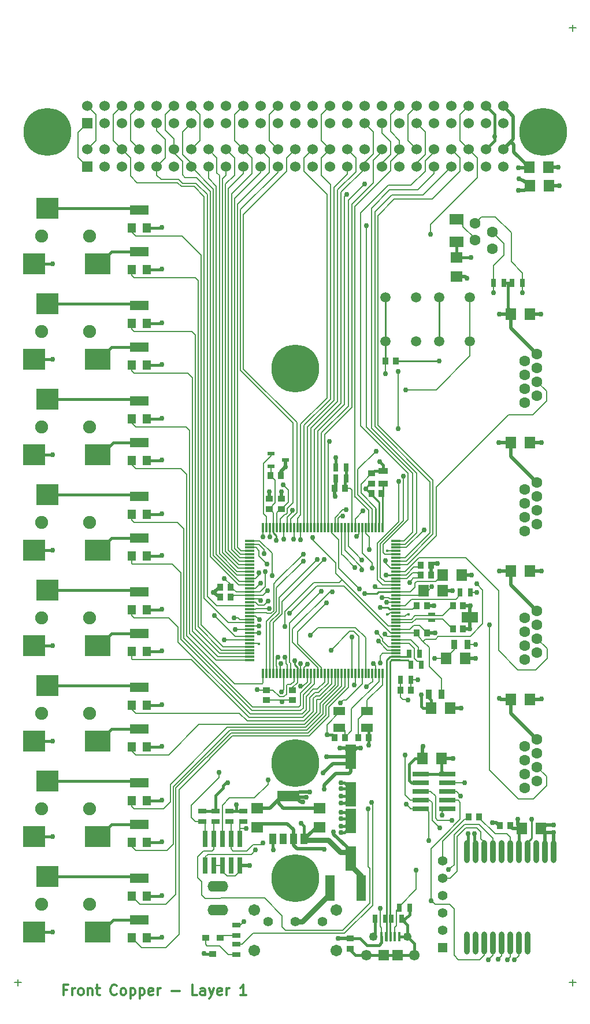
<source format=gtl>
G04 (created by PCBNEW (2013-07-07 BZR 4022)-stable) date 2/21/2016 2:52:37 PM*
%MOIN*%
G04 Gerber Fmt 3.4, Leading zero omitted, Abs format*
%FSLAX34Y34*%
G01*
G70*
G90*
G04 APERTURE LIST*
%ADD10C,0.00590551*%
%ADD11C,0.005*%
%ADD12C,0.0118*%
%ADD13R,0.08X0.06*%
%ADD14R,0.055X0.035*%
%ADD15R,0.035X0.055*%
%ADD16O,0.032X0.132*%
%ADD17R,0.063X0.071*%
%ADD18R,0.025X0.045*%
%ADD19R,0.0354016X0.0394016*%
%ADD20R,0.0394016X0.0354016*%
%ADD21R,0.071X0.047*%
%ADD22R,0.071X0.063*%
%ADD23R,0.0394016X0.0235984*%
%ADD24R,0.125984X0.122047*%
%ADD25R,0.149606X0.122047*%
%ADD26C,0.0748031*%
%ADD27R,0.063X0.141701*%
%ADD28R,0.0944882X0.0299213*%
%ADD29R,0.0299213X0.0944882*%
%ADD30R,0.0944882X0.0590551*%
%ADD31R,0.0433071X0.023622*%
%ADD32C,0.0672*%
%ADD33C,0.0551181*%
%ADD34R,0.055X0.15*%
%ADD35R,0.045X0.025*%
%ADD36C,0.275591*%
%ADD37R,0.06X0.06*%
%ADD38C,0.06*%
%ADD39C,0.0629921*%
%ADD40C,0.2756*%
%ADD41R,0.129921X0.0590551*%
%ADD42R,0.0393701X0.0590551*%
%ADD43R,0.055X0.055*%
%ADD44C,0.055*%
%ADD45C,0.015*%
%ADD46R,0.0393701X0.0354331*%
%ADD47O,0.12X0.062*%
%ADD48O,0.12X0.063*%
%ADD49R,0.0590551X0.0610236*%
%ADD50C,0.0610236*%
%ADD51R,0.015748X0.0531496*%
%ADD52C,0.0492126*%
%ADD53R,0.0472441X0.0551181*%
%ADD54R,0.110236X0.0551181*%
%ADD55C,0.0590551*%
%ADD56R,0.011811X0.0570866*%
%ADD57R,0.0570866X0.011811*%
%ADD58C,0.03*%
%ADD59C,0.008*%
%ADD60C,0.01*%
%ADD61C,0.015*%
%ADD62C,0.02*%
%ADD63C,0.03*%
G04 APERTURE END LIST*
G54D10*
G54D11*
X41809Y-9011D02*
X42190Y-9011D01*
X42000Y-9202D02*
X42000Y-8821D01*
X9809Y-64011D02*
X10190Y-64011D01*
X10000Y-64202D02*
X10000Y-63821D01*
X41809Y-64011D02*
X42190Y-64011D01*
X42000Y-64202D02*
X42000Y-63821D01*
G54D12*
X12837Y-64429D02*
X12640Y-64429D01*
X12640Y-64739D02*
X12640Y-64148D01*
X12922Y-64148D01*
X13147Y-64739D02*
X13147Y-64345D01*
X13147Y-64457D02*
X13175Y-64401D01*
X13203Y-64373D01*
X13259Y-64345D01*
X13316Y-64345D01*
X13597Y-64739D02*
X13541Y-64711D01*
X13513Y-64682D01*
X13484Y-64626D01*
X13484Y-64457D01*
X13513Y-64401D01*
X13541Y-64373D01*
X13597Y-64345D01*
X13681Y-64345D01*
X13738Y-64373D01*
X13766Y-64401D01*
X13794Y-64457D01*
X13794Y-64626D01*
X13766Y-64682D01*
X13738Y-64711D01*
X13681Y-64739D01*
X13597Y-64739D01*
X14047Y-64345D02*
X14047Y-64739D01*
X14047Y-64401D02*
X14075Y-64373D01*
X14132Y-64345D01*
X14216Y-64345D01*
X14272Y-64373D01*
X14301Y-64429D01*
X14301Y-64739D01*
X14498Y-64345D02*
X14723Y-64345D01*
X14582Y-64148D02*
X14582Y-64654D01*
X14610Y-64711D01*
X14666Y-64739D01*
X14723Y-64739D01*
X15708Y-64682D02*
X15680Y-64711D01*
X15595Y-64739D01*
X15539Y-64739D01*
X15454Y-64711D01*
X15398Y-64654D01*
X15370Y-64598D01*
X15342Y-64485D01*
X15342Y-64401D01*
X15370Y-64288D01*
X15398Y-64232D01*
X15454Y-64176D01*
X15539Y-64148D01*
X15595Y-64148D01*
X15680Y-64176D01*
X15708Y-64204D01*
X16045Y-64739D02*
X15989Y-64711D01*
X15961Y-64682D01*
X15933Y-64626D01*
X15933Y-64457D01*
X15961Y-64401D01*
X15989Y-64373D01*
X16045Y-64345D01*
X16130Y-64345D01*
X16186Y-64373D01*
X16214Y-64401D01*
X16242Y-64457D01*
X16242Y-64626D01*
X16214Y-64682D01*
X16186Y-64711D01*
X16130Y-64739D01*
X16045Y-64739D01*
X16496Y-64345D02*
X16496Y-64936D01*
X16496Y-64373D02*
X16552Y-64345D01*
X16665Y-64345D01*
X16721Y-64373D01*
X16749Y-64401D01*
X16777Y-64457D01*
X16777Y-64626D01*
X16749Y-64682D01*
X16721Y-64711D01*
X16665Y-64739D01*
X16552Y-64739D01*
X16496Y-64711D01*
X17030Y-64345D02*
X17030Y-64936D01*
X17030Y-64373D02*
X17087Y-64345D01*
X17199Y-64345D01*
X17256Y-64373D01*
X17284Y-64401D01*
X17312Y-64457D01*
X17312Y-64626D01*
X17284Y-64682D01*
X17256Y-64711D01*
X17199Y-64739D01*
X17087Y-64739D01*
X17030Y-64711D01*
X17790Y-64711D02*
X17734Y-64739D01*
X17621Y-64739D01*
X17565Y-64711D01*
X17537Y-64654D01*
X17537Y-64429D01*
X17565Y-64373D01*
X17621Y-64345D01*
X17734Y-64345D01*
X17790Y-64373D01*
X17818Y-64429D01*
X17818Y-64485D01*
X17537Y-64542D01*
X18072Y-64739D02*
X18072Y-64345D01*
X18072Y-64457D02*
X18100Y-64401D01*
X18128Y-64373D01*
X18184Y-64345D01*
X18241Y-64345D01*
X18888Y-64514D02*
X19338Y-64514D01*
X20351Y-64739D02*
X20070Y-64739D01*
X20070Y-64148D01*
X20802Y-64739D02*
X20802Y-64429D01*
X20773Y-64373D01*
X20717Y-64345D01*
X20605Y-64345D01*
X20548Y-64373D01*
X20802Y-64711D02*
X20745Y-64739D01*
X20605Y-64739D01*
X20548Y-64711D01*
X20520Y-64654D01*
X20520Y-64598D01*
X20548Y-64542D01*
X20605Y-64514D01*
X20745Y-64514D01*
X20802Y-64485D01*
X21027Y-64345D02*
X21167Y-64739D01*
X21308Y-64345D02*
X21167Y-64739D01*
X21111Y-64879D01*
X21083Y-64908D01*
X21027Y-64936D01*
X21758Y-64711D02*
X21702Y-64739D01*
X21590Y-64739D01*
X21533Y-64711D01*
X21505Y-64654D01*
X21505Y-64429D01*
X21533Y-64373D01*
X21590Y-64345D01*
X21702Y-64345D01*
X21758Y-64373D01*
X21787Y-64429D01*
X21787Y-64485D01*
X21505Y-64542D01*
X22040Y-64739D02*
X22040Y-64345D01*
X22040Y-64457D02*
X22068Y-64401D01*
X22096Y-64373D01*
X22152Y-64345D01*
X22209Y-64345D01*
X23166Y-64739D02*
X22828Y-64739D01*
X22997Y-64739D02*
X22997Y-64148D01*
X22940Y-64232D01*
X22884Y-64288D01*
X22828Y-64317D01*
G54D13*
X35320Y-21350D03*
X35320Y-20050D03*
G54D14*
X31075Y-35270D03*
X31075Y-34520D03*
G54D15*
X33690Y-47400D03*
X34440Y-47400D03*
X35185Y-44535D03*
X35935Y-44535D03*
G54D16*
X35900Y-61740D03*
X36400Y-61740D03*
X36900Y-61740D03*
X37400Y-61740D03*
X37900Y-61740D03*
X38400Y-61740D03*
X38900Y-61740D03*
X39400Y-61740D03*
X40900Y-56460D03*
X40400Y-56460D03*
X39900Y-56460D03*
X39400Y-56460D03*
X38900Y-56460D03*
X38400Y-56460D03*
X37900Y-56460D03*
X37400Y-56460D03*
X36900Y-56460D03*
X36400Y-56460D03*
X35900Y-56460D03*
G54D17*
X34695Y-45340D03*
X35795Y-45340D03*
G54D18*
X31550Y-60350D03*
X32150Y-60350D03*
X31200Y-60350D03*
X30600Y-60350D03*
X31990Y-59714D03*
X32590Y-59714D03*
G54D17*
X33830Y-48209D03*
X34930Y-48209D03*
G54D19*
X32084Y-47159D03*
X32675Y-47159D03*
X33595Y-43864D03*
X33004Y-43864D03*
G54D17*
X34495Y-41420D03*
X33395Y-41420D03*
G54D19*
X35685Y-43635D03*
X35094Y-43635D03*
X35685Y-42294D03*
X35094Y-42294D03*
X33004Y-42300D03*
X33595Y-42300D03*
G54D17*
X35595Y-40520D03*
X34495Y-40520D03*
G54D19*
X33825Y-40540D03*
X33234Y-40540D03*
X33825Y-39980D03*
X33234Y-39980D03*
X28289Y-35545D03*
X28880Y-35545D03*
G54D20*
X24350Y-47745D03*
X24350Y-47154D03*
X25850Y-47154D03*
X25850Y-47745D03*
G54D19*
X28865Y-49890D03*
X28274Y-49890D03*
X29634Y-49890D03*
X30225Y-49890D03*
G54D21*
X28550Y-49320D03*
X30150Y-49320D03*
X30150Y-48380D03*
X28550Y-48380D03*
G54D17*
X34450Y-51100D03*
X33350Y-51100D03*
G54D19*
X36605Y-54459D03*
X36014Y-54459D03*
X37804Y-54979D03*
X38395Y-54979D03*
G54D17*
X40170Y-55140D03*
X39070Y-55140D03*
X39550Y-47690D03*
X38450Y-47690D03*
X39550Y-40300D03*
X38450Y-40300D03*
X39550Y-32890D03*
X38450Y-32890D03*
G54D22*
X35290Y-23320D03*
X35290Y-22220D03*
G54D17*
X39545Y-25500D03*
X38445Y-25500D03*
X40624Y-18100D03*
X39524Y-18100D03*
X40600Y-17050D03*
X39500Y-17050D03*
G54D19*
X31204Y-28200D03*
X31795Y-28200D03*
G54D20*
X30415Y-34674D03*
X30415Y-35265D03*
G54D19*
X30985Y-35840D03*
X30394Y-35840D03*
G54D20*
X24505Y-36149D03*
X24505Y-36740D03*
X25205Y-36740D03*
X25205Y-36149D03*
G54D19*
X24584Y-34810D03*
X25175Y-34810D03*
G54D23*
X24604Y-33525D03*
X25435Y-33900D03*
X24604Y-34275D03*
G54D19*
X22275Y-41235D03*
X21684Y-41235D03*
X22275Y-41814D03*
X21684Y-41814D03*
G54D22*
X27390Y-55059D03*
X27390Y-53959D03*
X23805Y-55075D03*
X23805Y-53975D03*
G54D24*
X11692Y-19405D03*
G54D25*
X14606Y-22594D03*
G54D24*
X10944Y-22594D03*
G54D26*
X14133Y-21000D03*
X11377Y-21000D03*
G54D24*
X11692Y-24905D03*
G54D25*
X14606Y-28094D03*
G54D24*
X10944Y-28094D03*
G54D26*
X14133Y-26500D03*
X11377Y-26500D03*
G54D24*
X11692Y-30405D03*
G54D25*
X14606Y-33594D03*
G54D24*
X10944Y-33594D03*
G54D26*
X14133Y-32000D03*
X11377Y-32000D03*
G54D24*
X11692Y-35905D03*
G54D25*
X14606Y-39094D03*
G54D24*
X10944Y-39094D03*
G54D26*
X14133Y-37500D03*
X11377Y-37500D03*
G54D24*
X11692Y-41405D03*
G54D25*
X14606Y-44594D03*
G54D24*
X10944Y-44594D03*
G54D26*
X14133Y-43000D03*
X11377Y-43000D03*
G54D24*
X11692Y-46905D03*
G54D25*
X14606Y-50094D03*
G54D24*
X10944Y-50094D03*
G54D26*
X14133Y-48500D03*
X11377Y-48500D03*
G54D24*
X11692Y-52405D03*
G54D25*
X14606Y-55594D03*
G54D24*
X10944Y-55594D03*
G54D26*
X14133Y-54000D03*
X11377Y-54000D03*
G54D24*
X11692Y-57905D03*
G54D25*
X14606Y-61094D03*
G54D24*
X10944Y-61094D03*
G54D26*
X14133Y-59500D03*
X11377Y-59500D03*
G54D27*
X29200Y-56853D03*
X29200Y-54687D03*
X29200Y-51007D03*
X29200Y-53173D03*
G54D28*
X34767Y-54000D03*
X33232Y-54000D03*
X34767Y-53500D03*
X33232Y-53500D03*
X34767Y-53000D03*
X33232Y-53000D03*
X34767Y-52500D03*
X33232Y-52500D03*
X34767Y-52000D03*
X33232Y-52000D03*
G54D29*
X20800Y-57267D03*
X20800Y-55732D03*
X21300Y-57267D03*
X21300Y-55732D03*
X21800Y-57267D03*
X21800Y-55732D03*
X22300Y-57267D03*
X22300Y-55732D03*
X22800Y-57267D03*
X22800Y-55732D03*
G54D30*
X36069Y-42964D03*
G54D31*
X33884Y-43142D03*
X33884Y-42787D03*
G54D20*
X29160Y-61463D03*
X29160Y-62055D03*
G54D32*
X23637Y-62181D03*
X28362Y-62181D03*
G54D33*
X26000Y-60507D03*
X27574Y-60507D03*
X24425Y-60507D03*
G54D32*
X23637Y-59818D03*
X28362Y-59818D03*
G54D34*
X29810Y-58560D03*
X28010Y-58560D03*
G54D35*
X20650Y-54150D03*
X20650Y-54750D03*
X21400Y-54150D03*
X21400Y-54750D03*
X22200Y-54150D03*
X22200Y-54750D03*
X23000Y-54150D03*
X23000Y-54750D03*
X22590Y-61800D03*
X22590Y-62400D03*
G54D18*
X32080Y-46570D03*
X32680Y-46570D03*
X32680Y-45685D03*
X33280Y-45685D03*
X36120Y-41550D03*
X35520Y-41550D03*
X32580Y-45070D03*
X33180Y-45070D03*
X38030Y-23690D03*
X37430Y-23690D03*
G54D36*
X26000Y-58000D03*
X40300Y-15000D03*
X11700Y-15000D03*
G54D18*
X38510Y-23690D03*
X39110Y-23690D03*
G54D37*
X14000Y-14500D03*
G54D38*
X14000Y-13500D03*
X15000Y-14500D03*
X15000Y-13500D03*
X16000Y-14500D03*
X16000Y-13500D03*
X17000Y-14500D03*
X17000Y-13500D03*
X18000Y-14500D03*
X18000Y-13500D03*
X19000Y-14500D03*
X19000Y-13500D03*
X20000Y-14500D03*
X20000Y-13500D03*
X21000Y-14500D03*
X21000Y-13500D03*
X22000Y-14500D03*
X22000Y-13500D03*
X23000Y-14500D03*
X23000Y-13500D03*
X24000Y-14500D03*
X24000Y-13500D03*
X25000Y-14500D03*
X25000Y-13500D03*
X26000Y-14500D03*
X26000Y-13500D03*
X27000Y-14500D03*
X27000Y-13500D03*
X28000Y-14500D03*
X28000Y-13500D03*
X29000Y-14500D03*
X29000Y-13500D03*
X30000Y-14500D03*
X30000Y-13500D03*
X31000Y-14500D03*
X31000Y-13500D03*
X32000Y-14500D03*
X32000Y-13500D03*
X33000Y-14500D03*
X33000Y-13500D03*
X34000Y-14500D03*
X34000Y-13500D03*
X35000Y-14500D03*
X35000Y-13500D03*
X36000Y-14500D03*
X36000Y-13500D03*
X37000Y-14500D03*
X37000Y-13500D03*
X38000Y-14500D03*
X38000Y-13500D03*
G54D37*
X14000Y-17000D03*
G54D38*
X14000Y-16000D03*
X15000Y-17000D03*
X15000Y-16000D03*
X16000Y-17000D03*
X16000Y-16000D03*
X17000Y-17000D03*
X17000Y-16000D03*
X18000Y-17000D03*
X18000Y-16000D03*
X19000Y-17000D03*
X19000Y-16000D03*
X20000Y-17000D03*
X20000Y-16000D03*
X21000Y-17000D03*
X21000Y-16000D03*
X22000Y-17000D03*
X22000Y-16000D03*
X23000Y-17000D03*
X23000Y-16000D03*
X24000Y-17000D03*
X24000Y-16000D03*
X25000Y-17000D03*
X25000Y-16000D03*
X26000Y-17000D03*
X26000Y-16000D03*
X27000Y-17000D03*
X27000Y-16000D03*
X28000Y-17000D03*
X28000Y-16000D03*
X29000Y-17000D03*
X29000Y-16000D03*
X30000Y-17000D03*
X30000Y-16000D03*
X31000Y-17000D03*
X31000Y-16000D03*
X32000Y-17000D03*
X32000Y-16000D03*
X33000Y-17000D03*
X33000Y-16000D03*
X34000Y-17000D03*
X34000Y-16000D03*
X35000Y-17000D03*
X35000Y-16000D03*
X36000Y-17000D03*
X36000Y-16000D03*
X37000Y-17000D03*
X37000Y-16000D03*
X38000Y-17000D03*
X38000Y-16000D03*
G54D18*
X28930Y-34330D03*
X28330Y-34330D03*
X28930Y-34955D03*
X28330Y-34955D03*
G54D39*
X39952Y-51596D03*
X39952Y-50797D03*
X39251Y-52002D03*
X39251Y-51203D03*
X39251Y-52801D03*
X39952Y-52396D03*
X39251Y-50403D03*
X39952Y-49998D03*
X39952Y-36796D03*
X39952Y-35997D03*
X39251Y-37202D03*
X39251Y-36403D03*
X39251Y-38001D03*
X39952Y-37596D03*
X39251Y-35603D03*
X39952Y-35198D03*
X39952Y-29396D03*
X39952Y-28597D03*
X39251Y-29802D03*
X39251Y-29003D03*
X39251Y-30601D03*
X39952Y-30196D03*
X39251Y-28203D03*
X39952Y-27798D03*
X39952Y-44196D03*
X39952Y-43397D03*
X39251Y-44602D03*
X39251Y-43803D03*
X39251Y-45401D03*
X39952Y-44996D03*
X39251Y-43003D03*
X39952Y-42598D03*
X36368Y-21248D03*
X36368Y-20251D03*
X37368Y-21748D03*
X37368Y-20751D03*
G54D40*
X26000Y-28622D03*
X26000Y-51377D03*
G54D41*
X25605Y-53254D03*
G54D42*
X24719Y-55735D03*
X25309Y-55735D03*
X25900Y-55735D03*
X26490Y-55735D03*
G54D43*
X34500Y-62000D03*
G54D44*
X34500Y-61000D03*
X34500Y-60000D03*
X34500Y-59000D03*
X34500Y-58000D03*
X34500Y-57000D03*
G54D45*
X31300Y-42800D03*
X32550Y-42800D03*
X31300Y-39150D03*
X23900Y-44500D03*
G54D46*
X21663Y-61427D03*
X20836Y-61427D03*
X21250Y-62372D03*
G54D35*
X22590Y-60690D03*
X22590Y-61290D03*
G54D47*
X21550Y-59838D03*
G54D48*
X21550Y-58461D03*
G54D49*
X31893Y-62429D03*
X31106Y-62429D03*
G54D50*
X30122Y-62429D03*
G54D51*
X31244Y-61375D03*
X30988Y-61375D03*
X31500Y-61375D03*
X31755Y-61375D03*
X32011Y-61375D03*
G54D52*
X32484Y-61375D03*
X30515Y-61375D03*
G54D50*
X32877Y-62429D03*
G54D53*
X16566Y-61423D03*
X17433Y-61423D03*
G54D54*
X17000Y-60400D03*
G54D53*
X16566Y-59023D03*
X17433Y-59023D03*
G54D54*
X17000Y-58000D03*
G54D53*
X16566Y-55923D03*
X17433Y-55923D03*
G54D54*
X17000Y-54900D03*
G54D53*
X16566Y-53523D03*
X17433Y-53523D03*
G54D54*
X17000Y-52500D03*
G54D53*
X16566Y-50423D03*
X17433Y-50423D03*
G54D54*
X17000Y-49400D03*
G54D53*
X16566Y-48023D03*
X17433Y-48023D03*
G54D54*
X17000Y-47000D03*
G54D53*
X16566Y-44923D03*
X17433Y-44923D03*
G54D54*
X17000Y-43900D03*
G54D53*
X16566Y-42523D03*
X17433Y-42523D03*
G54D54*
X17000Y-41500D03*
G54D53*
X16566Y-39423D03*
X17433Y-39423D03*
G54D54*
X17000Y-38400D03*
G54D53*
X16566Y-37023D03*
X17433Y-37023D03*
G54D54*
X17000Y-36000D03*
G54D53*
X16566Y-33923D03*
X17433Y-33923D03*
G54D54*
X17000Y-32900D03*
G54D53*
X16566Y-31523D03*
X17433Y-31523D03*
G54D54*
X17000Y-30500D03*
G54D53*
X16566Y-28423D03*
X17433Y-28423D03*
G54D54*
X17000Y-27400D03*
G54D53*
X16566Y-26023D03*
X17433Y-26023D03*
G54D54*
X17000Y-25000D03*
G54D53*
X16566Y-22923D03*
X17433Y-22923D03*
G54D54*
X17000Y-21900D03*
G54D53*
X16566Y-20523D03*
X17433Y-20523D03*
G54D54*
X17000Y-19500D03*
G54D55*
X32985Y-24520D03*
X31214Y-24520D03*
X31214Y-27079D03*
X32985Y-27079D03*
X36085Y-24520D03*
X34314Y-24520D03*
X34314Y-27079D03*
X36085Y-27079D03*
G54D56*
X24155Y-46212D03*
X24355Y-46212D03*
X24550Y-46212D03*
X24745Y-46212D03*
X24945Y-46212D03*
X25140Y-46212D03*
X25335Y-46212D03*
X25535Y-46212D03*
X25730Y-46212D03*
X25925Y-46212D03*
X26125Y-46212D03*
X26320Y-46212D03*
X26515Y-46212D03*
X26715Y-46212D03*
X26910Y-46212D03*
X27105Y-46212D03*
X27305Y-46212D03*
X27500Y-46212D03*
X27700Y-46212D03*
X27895Y-46212D03*
X28095Y-46212D03*
X28290Y-46212D03*
X28485Y-46212D03*
X28685Y-46212D03*
X28880Y-46212D03*
X29075Y-46212D03*
X29275Y-46212D03*
X29470Y-46212D03*
X29665Y-46212D03*
X29865Y-46212D03*
X30060Y-46212D03*
X30255Y-46212D03*
X30455Y-46212D03*
X30650Y-46212D03*
X30845Y-46212D03*
X31045Y-46212D03*
G54D57*
X31812Y-39735D03*
X31812Y-39540D03*
X31812Y-39345D03*
X31812Y-39145D03*
X31812Y-38950D03*
X31812Y-38755D03*
X31812Y-38555D03*
X23387Y-39540D03*
X23387Y-39735D03*
X23387Y-39935D03*
X23387Y-40130D03*
X23387Y-40325D03*
X23387Y-40525D03*
X23387Y-40720D03*
X23387Y-40915D03*
X23387Y-41115D03*
X23387Y-41310D03*
X23387Y-41505D03*
X23387Y-41705D03*
X23387Y-41900D03*
X23387Y-42100D03*
X23387Y-42295D03*
X23387Y-42495D03*
X23387Y-42690D03*
X23387Y-42885D03*
X23387Y-43085D03*
X23387Y-43280D03*
X23387Y-43475D03*
X23387Y-43675D03*
X23387Y-43870D03*
X23387Y-44065D03*
X23387Y-44265D03*
X23387Y-44460D03*
X23387Y-44655D03*
X23387Y-44855D03*
X23387Y-45050D03*
X23387Y-45245D03*
X23387Y-45445D03*
X31812Y-45445D03*
X31812Y-45245D03*
X31812Y-45050D03*
X31812Y-44855D03*
X31812Y-44655D03*
X31812Y-44460D03*
X31812Y-44265D03*
X31812Y-44065D03*
X31812Y-43870D03*
X31812Y-43675D03*
X31812Y-43475D03*
X31812Y-43280D03*
X31812Y-43085D03*
X31812Y-42885D03*
X31812Y-42690D03*
X31812Y-42495D03*
X31812Y-42295D03*
X31812Y-42100D03*
X31812Y-41900D03*
X31812Y-41705D03*
X31812Y-41505D03*
X31812Y-41310D03*
X31812Y-41115D03*
X31812Y-40915D03*
X31812Y-40720D03*
X31812Y-40525D03*
X31812Y-40325D03*
X31812Y-40130D03*
X31812Y-39935D03*
G54D56*
X30060Y-37787D03*
X29865Y-37787D03*
X29665Y-37787D03*
X29470Y-37787D03*
X29275Y-37787D03*
X29075Y-37787D03*
X28880Y-37787D03*
X28685Y-37787D03*
X28485Y-37787D03*
X28290Y-37787D03*
X28095Y-37787D03*
X27895Y-37787D03*
X27700Y-37787D03*
X27500Y-37787D03*
X27305Y-37787D03*
X27105Y-37787D03*
X26910Y-37787D03*
X26715Y-37787D03*
X26515Y-37787D03*
X26320Y-37787D03*
X26125Y-37787D03*
X25925Y-37787D03*
X25730Y-37787D03*
X25535Y-37787D03*
X25335Y-37787D03*
X25140Y-37787D03*
X24945Y-37787D03*
X24745Y-37787D03*
X24550Y-37787D03*
X24355Y-37787D03*
X24155Y-37787D03*
X31045Y-37787D03*
X30845Y-37787D03*
X30650Y-37787D03*
X30455Y-37787D03*
X30255Y-37787D03*
G54D57*
X23387Y-38555D03*
X23387Y-38755D03*
X23387Y-38950D03*
X23387Y-39145D03*
X23387Y-39345D03*
G54D58*
X21900Y-44260D03*
X21340Y-42880D03*
X23912Y-43872D03*
X22540Y-43680D03*
X23916Y-43476D03*
X22474Y-42992D03*
X23924Y-43102D03*
X24426Y-42044D03*
X23990Y-41014D03*
X23904Y-40392D03*
X25332Y-38458D03*
X25825Y-36809D03*
X25922Y-38472D03*
X26316Y-38490D03*
X28960Y-18590D03*
X30000Y-18010D03*
X27980Y-32830D03*
X31942Y-28806D03*
X31942Y-32108D03*
X30660Y-33390D03*
X30120Y-20410D03*
X29280Y-44090D03*
X33810Y-20900D03*
X26480Y-39721D03*
X25406Y-45253D03*
X37140Y-62700D03*
X34350Y-55090D03*
X32334Y-50916D03*
X35540Y-53260D03*
X37690Y-62670D03*
X38230Y-62700D03*
X35050Y-54670D03*
X35770Y-52500D03*
X38650Y-62700D03*
X25215Y-47264D03*
X33840Y-59290D03*
X33690Y-55850D03*
X32415Y-53742D03*
X25022Y-45275D03*
X25189Y-45646D03*
X34470Y-54380D03*
X34840Y-57500D03*
X30190Y-54000D03*
X29405Y-46868D03*
X28060Y-44860D03*
X24150Y-55960D03*
X24430Y-52330D03*
X28600Y-47900D03*
X26860Y-43990D03*
X21600Y-51900D03*
X37430Y-24280D03*
X31960Y-35150D03*
X39110Y-24280D03*
X32240Y-34840D03*
X29912Y-36844D03*
X27277Y-39650D03*
X28927Y-36771D03*
X28754Y-37143D03*
X27680Y-39640D03*
X29545Y-38300D03*
X31198Y-39690D03*
X27800Y-42130D03*
X33430Y-37940D03*
X27515Y-41460D03*
X28150Y-41500D03*
X30450Y-40120D03*
X29850Y-39680D03*
X29850Y-40220D03*
X29450Y-40090D03*
X29709Y-41323D03*
X30279Y-39082D03*
X24387Y-39890D03*
X37220Y-43390D03*
X31001Y-41823D03*
X24155Y-38335D03*
X24683Y-40580D03*
X24194Y-39300D03*
X27020Y-38370D03*
X31210Y-28920D03*
X23180Y-55150D03*
X25400Y-43500D03*
X24490Y-42472D03*
X32970Y-57520D03*
X30900Y-45600D03*
X30900Y-59725D03*
X28475Y-61459D03*
X24270Y-40320D03*
X25300Y-35346D03*
X23800Y-47150D03*
X33880Y-41205D03*
X21913Y-40723D03*
X25689Y-42717D03*
X36460Y-41040D03*
X32590Y-40975D03*
X30508Y-45626D03*
X33283Y-47426D03*
X24400Y-41450D03*
X34300Y-28200D03*
X27800Y-51000D03*
X38860Y-17080D03*
X25970Y-45480D03*
X30900Y-42390D03*
X30020Y-41600D03*
X31240Y-40520D03*
X33370Y-50400D03*
X38840Y-54600D03*
X36400Y-44535D03*
X22610Y-53760D03*
X28570Y-50505D03*
X27620Y-51940D03*
X29780Y-50514D03*
X30880Y-34010D03*
X36480Y-41550D03*
X22110Y-52485D03*
X23700Y-56379D03*
X37770Y-25500D03*
X27680Y-56340D03*
X27680Y-52874D03*
X37780Y-47640D03*
X37780Y-40300D03*
X37730Y-32910D03*
X24900Y-38540D03*
X28200Y-55350D03*
X38910Y-17710D03*
X37510Y-15260D03*
X36130Y-22230D03*
X38860Y-18370D03*
X28330Y-33760D03*
X26340Y-54840D03*
X24730Y-56379D03*
X24008Y-42004D03*
X27835Y-49729D03*
X25250Y-47850D03*
X12000Y-61100D03*
X12000Y-55600D03*
X12000Y-50100D03*
X12000Y-44600D03*
X12000Y-39100D03*
X12000Y-33600D03*
X12000Y-28100D03*
X12000Y-22600D03*
X18300Y-61400D03*
X18300Y-59000D03*
X18300Y-55900D03*
X18300Y-53500D03*
X18300Y-50400D03*
X18300Y-48000D03*
X18300Y-44900D03*
X18300Y-42500D03*
X18300Y-39400D03*
X18300Y-37000D03*
X18300Y-33900D03*
X18300Y-31500D03*
X18300Y-28400D03*
X18300Y-26000D03*
X18300Y-22900D03*
X18300Y-20500D03*
X28650Y-52500D03*
X28640Y-55360D03*
X26320Y-45650D03*
X31170Y-43920D03*
X30120Y-46960D03*
X30600Y-41200D03*
X31275Y-42100D03*
X24545Y-38330D03*
X36340Y-55450D03*
X35970Y-55450D03*
X36060Y-43629D03*
X40170Y-25500D03*
X33060Y-46570D03*
X40200Y-47679D03*
X36090Y-42300D03*
X34060Y-43879D03*
X30064Y-35566D03*
X21275Y-41530D03*
X25435Y-34300D03*
X41229Y-18110D03*
X41179Y-17050D03*
X35920Y-23440D03*
X35070Y-41420D03*
X26640Y-53320D03*
X20750Y-62350D03*
X24505Y-35735D03*
X25205Y-35735D03*
X35565Y-48209D03*
X36405Y-45340D03*
X36185Y-40520D03*
X34210Y-39860D03*
X39630Y-54610D03*
X35100Y-51100D03*
X28290Y-36000D03*
X34000Y-42300D03*
X30225Y-50329D03*
X28640Y-54190D03*
X28645Y-53664D03*
X28650Y-52850D03*
X28640Y-55000D03*
X28650Y-53280D03*
X28640Y-54580D03*
X23380Y-57270D03*
X40200Y-32890D03*
X40220Y-40300D03*
X37370Y-54794D03*
X40900Y-55370D03*
X40900Y-54929D03*
X26450Y-53600D03*
X26840Y-53040D03*
X34025Y-45340D03*
X30710Y-43850D03*
X26464Y-39339D03*
X32372Y-29856D03*
X32500Y-47725D03*
X30790Y-44350D03*
X23040Y-60510D03*
X26300Y-46950D03*
X30410Y-53620D03*
X26704Y-45664D03*
G54D59*
X23275Y-44265D02*
X23270Y-44260D01*
X21900Y-44260D02*
X23270Y-44260D01*
X14000Y-14500D02*
X14000Y-14510D01*
X13460Y-16460D02*
X14000Y-17000D01*
X13460Y-15050D02*
X13460Y-16460D01*
X14000Y-14510D02*
X13460Y-15050D01*
X21340Y-42880D02*
X22525Y-44065D01*
X23275Y-44065D02*
X22525Y-44065D01*
X14503Y-14003D02*
X14000Y-13500D01*
X14503Y-15496D02*
X14503Y-14003D01*
X14000Y-16000D02*
X14503Y-15496D01*
X23387Y-43870D02*
X23910Y-43870D01*
X23910Y-43870D02*
X23912Y-43872D01*
X22545Y-43675D02*
X23275Y-43675D01*
X22545Y-43675D02*
X22540Y-43680D01*
X23915Y-43475D02*
X23387Y-43475D01*
X23916Y-43476D02*
X23915Y-43475D01*
X16496Y-16496D02*
X16496Y-17536D01*
X16000Y-16000D02*
X16496Y-16496D01*
X16496Y-17536D02*
X16889Y-17930D01*
X19220Y-17930D02*
X16889Y-17930D01*
X15495Y-15495D02*
X16000Y-16000D01*
X15495Y-14004D02*
X15495Y-15495D01*
X16000Y-13500D02*
X15495Y-14004D01*
X22148Y-43260D02*
X22150Y-43260D01*
X20750Y-41870D02*
X22148Y-43260D01*
X20750Y-18740D02*
X20160Y-18150D01*
X20160Y-18150D02*
X19440Y-18150D01*
X19440Y-18150D02*
X19220Y-17930D01*
X20750Y-41870D02*
X20750Y-18740D01*
X22170Y-43280D02*
X23275Y-43280D01*
X22150Y-43260D02*
X22170Y-43280D01*
X22474Y-42992D02*
X22697Y-42992D01*
X22790Y-43085D02*
X23275Y-43085D01*
X22697Y-42992D02*
X22790Y-43085D01*
X23707Y-42885D02*
X23387Y-42885D01*
X23924Y-43102D02*
X23707Y-42885D01*
X16495Y-15495D02*
X17000Y-16000D01*
X16495Y-14004D02*
X16495Y-15495D01*
X17000Y-13500D02*
X16495Y-14004D01*
X18000Y-14500D02*
X18000Y-14920D01*
X18497Y-16512D02*
X18497Y-15417D01*
X18497Y-15417D02*
X18000Y-14920D01*
X18010Y-17000D02*
X18497Y-16512D01*
X18010Y-17000D02*
X18000Y-17000D01*
X19515Y-17976D02*
X20286Y-17976D01*
X18000Y-17000D02*
X18000Y-17490D01*
X18260Y-17750D02*
X19288Y-17750D01*
X18000Y-17490D02*
X18260Y-17750D01*
X19515Y-17976D02*
X19288Y-17750D01*
X20924Y-41760D02*
X20924Y-18614D01*
X20286Y-17976D02*
X20924Y-18614D01*
X23275Y-42295D02*
X21458Y-42295D01*
X21458Y-42295D02*
X20924Y-41760D01*
X23737Y-42100D02*
X23737Y-42129D01*
X23275Y-42100D02*
X23737Y-42100D01*
X24196Y-42274D02*
X24426Y-42044D01*
X23882Y-42274D02*
X24196Y-42274D01*
X23737Y-42129D02*
X23882Y-42274D01*
X23387Y-41310D02*
X23694Y-41310D01*
X23694Y-41310D02*
X23990Y-41014D01*
X19656Y-17632D02*
X20297Y-17632D01*
X20297Y-17632D02*
X21112Y-18447D01*
X19000Y-15389D02*
X19000Y-16190D01*
X18497Y-14887D02*
X19000Y-15389D01*
X18497Y-14002D02*
X18497Y-14887D01*
X19000Y-13500D02*
X18497Y-14002D01*
X19496Y-17473D02*
X19656Y-17632D01*
X19496Y-16686D02*
X19496Y-17473D01*
X19000Y-16190D02*
X19496Y-16686D01*
X21112Y-18447D02*
X21112Y-39471D01*
X23275Y-41115D02*
X22755Y-41115D01*
X21112Y-39471D02*
X22755Y-41115D01*
X21282Y-18284D02*
X21282Y-39415D01*
X20000Y-17000D02*
X20000Y-17002D01*
X21282Y-18284D02*
X20000Y-17002D01*
X22781Y-40915D02*
X23275Y-40915D01*
X21282Y-39415D02*
X22781Y-40915D01*
X20000Y-14500D02*
X19500Y-15000D01*
X20000Y-16800D02*
X20000Y-17000D01*
X19500Y-16300D02*
X20000Y-16800D01*
X19500Y-15000D02*
X19500Y-16300D01*
X19998Y-16998D02*
X20000Y-17000D01*
X23387Y-40720D02*
X23696Y-40720D01*
X23898Y-40398D02*
X23904Y-40392D01*
X23898Y-40518D02*
X23898Y-40398D01*
X23696Y-40720D02*
X23898Y-40518D01*
X20497Y-15502D02*
X20000Y-16000D01*
X20497Y-13997D02*
X20497Y-15502D01*
X20000Y-13500D02*
X20497Y-13997D01*
X21000Y-17000D02*
X21000Y-17669D01*
X23275Y-40525D02*
X22628Y-40525D01*
X21452Y-39349D02*
X22628Y-40525D01*
X21452Y-18121D02*
X21452Y-39349D01*
X21000Y-17669D02*
X21452Y-18121D01*
X21000Y-16000D02*
X21488Y-16488D01*
X22654Y-40325D02*
X23275Y-40325D01*
X21632Y-39302D02*
X22654Y-40325D01*
X21632Y-17514D02*
X21632Y-39302D01*
X21488Y-17370D02*
X21632Y-17514D01*
X21488Y-16488D02*
X21488Y-17370D01*
X22000Y-17000D02*
X22000Y-17510D01*
X22000Y-17510D02*
X21810Y-17700D01*
X21810Y-39226D02*
X21810Y-17700D01*
X23275Y-40130D02*
X22713Y-40130D01*
X22713Y-40130D02*
X21810Y-39226D01*
X22492Y-16492D02*
X22000Y-16000D01*
X22492Y-17484D02*
X22492Y-16492D01*
X21983Y-17993D02*
X22492Y-17484D01*
X21983Y-39173D02*
X21983Y-17993D01*
X22744Y-39935D02*
X21983Y-39173D01*
X23275Y-39935D02*
X22744Y-39935D01*
X23000Y-17406D02*
X23000Y-17000D01*
X22153Y-18253D02*
X23000Y-17406D01*
X22153Y-39112D02*
X22153Y-18253D01*
X23275Y-39735D02*
X22776Y-39735D01*
X22776Y-39735D02*
X22153Y-39112D01*
X22495Y-14004D02*
X23000Y-13500D01*
X22495Y-15495D02*
X22495Y-14004D01*
X23000Y-16000D02*
X22495Y-15495D01*
X23000Y-16000D02*
X23500Y-16500D01*
X23275Y-39540D02*
X22807Y-39540D01*
X22328Y-39060D02*
X22807Y-39540D01*
X22328Y-18561D02*
X22328Y-39060D01*
X23500Y-17389D02*
X22328Y-18561D01*
X23500Y-16500D02*
X23500Y-17389D01*
X23704Y-17631D02*
X23705Y-17631D01*
X23275Y-39345D02*
X22854Y-39345D01*
X23704Y-17631D02*
X22498Y-18838D01*
X22498Y-18838D02*
X22498Y-38988D01*
X22498Y-38988D02*
X22854Y-39345D01*
X24000Y-17337D02*
X24000Y-17000D01*
X23705Y-17631D02*
X24000Y-17337D01*
X22669Y-19180D02*
X22669Y-38933D01*
X22669Y-19180D02*
X24504Y-17345D01*
X24504Y-17345D02*
X24504Y-16504D01*
X24000Y-16000D02*
X24504Y-16504D01*
X22881Y-39145D02*
X23275Y-39145D01*
X22669Y-38933D02*
X22881Y-39145D01*
X22840Y-19479D02*
X24990Y-17330D01*
X22840Y-28747D02*
X22840Y-19479D01*
X25874Y-31781D02*
X22840Y-28747D01*
X25874Y-36378D02*
X25874Y-31781D01*
X25555Y-36697D02*
X25874Y-36378D01*
X25555Y-36956D02*
X25555Y-36697D01*
X24990Y-17010D02*
X25000Y-17000D01*
X24990Y-17330D02*
X24990Y-17010D01*
X25140Y-37675D02*
X25140Y-37300D01*
X25390Y-37050D02*
X25461Y-37050D01*
X25140Y-37300D02*
X25390Y-37050D01*
X25461Y-37050D02*
X25555Y-36956D01*
X25335Y-37787D02*
X25335Y-38455D01*
X25335Y-38455D02*
X25332Y-38458D01*
X24502Y-13997D02*
X25000Y-13500D01*
X24502Y-15502D02*
X24502Y-13997D01*
X25000Y-16000D02*
X24502Y-15502D01*
X25535Y-37203D02*
X25535Y-37675D01*
X25825Y-36912D02*
X25535Y-37203D01*
X25825Y-36809D02*
X25825Y-36912D01*
X23013Y-19753D02*
X25496Y-17270D01*
X25496Y-17270D02*
X25496Y-16503D01*
X26000Y-16000D02*
X25496Y-16503D01*
X25762Y-37254D02*
X25762Y-37257D01*
X25762Y-37254D02*
X26095Y-36921D01*
X26095Y-36921D02*
X26095Y-31746D01*
X26095Y-31746D02*
X23013Y-28663D01*
X23013Y-28663D02*
X23013Y-19753D01*
X25730Y-37290D02*
X25730Y-37675D01*
X25762Y-37257D02*
X25730Y-37290D01*
X25925Y-37787D02*
X25925Y-38469D01*
X25925Y-38469D02*
X25922Y-38472D01*
X26498Y-16501D02*
X27000Y-16000D01*
X26498Y-17274D02*
X26498Y-16501D01*
X27830Y-18606D02*
X26498Y-17274D01*
X27830Y-30319D02*
X27830Y-18606D01*
X26316Y-31834D02*
X27830Y-30319D01*
X26316Y-37063D02*
X26316Y-31834D01*
X26125Y-37675D02*
X26125Y-37254D01*
X26125Y-37254D02*
X26316Y-37063D01*
X26320Y-37787D02*
X26320Y-38486D01*
X26320Y-38486D02*
X26316Y-38490D01*
X27497Y-14002D02*
X28000Y-13500D01*
X27497Y-15497D02*
X27497Y-14002D01*
X28000Y-16000D02*
X27497Y-15497D01*
X27495Y-16504D02*
X28000Y-16000D01*
X27495Y-17502D02*
X27495Y-16504D01*
X28030Y-18037D02*
X27495Y-17502D01*
X28030Y-30395D02*
X28030Y-18037D01*
X26515Y-31911D02*
X28030Y-30395D01*
X26515Y-37675D02*
X26515Y-31911D01*
X28236Y-30469D02*
X28236Y-18193D01*
X29000Y-17430D02*
X29000Y-17000D01*
X28236Y-18193D02*
X29000Y-17430D01*
X26715Y-31991D02*
X26715Y-37675D01*
X28236Y-30469D02*
X26715Y-31991D01*
X29501Y-16501D02*
X29000Y-16000D01*
X29501Y-17286D02*
X29501Y-16501D01*
X28446Y-18341D02*
X29501Y-17286D01*
X28446Y-30539D02*
X28446Y-18341D01*
X26910Y-37675D02*
X26910Y-32075D01*
X26910Y-32075D02*
X28446Y-30539D01*
X30500Y-15000D02*
X30000Y-14500D01*
X30500Y-16274D02*
X30500Y-15000D01*
X30000Y-16774D02*
X30500Y-16274D01*
X30000Y-17130D02*
X30000Y-16774D01*
X28646Y-18483D02*
X30000Y-17130D01*
X28646Y-30627D02*
X28646Y-18483D01*
X27105Y-32168D02*
X28646Y-30627D01*
X27105Y-37675D02*
X27105Y-32168D01*
X28846Y-18703D02*
X28960Y-18590D01*
X28846Y-30706D02*
X28846Y-18703D01*
X27305Y-32248D02*
X28846Y-30706D01*
X27305Y-37675D02*
X27305Y-32248D01*
X31000Y-14500D02*
X31000Y-15080D01*
X31000Y-16800D02*
X31000Y-17000D01*
X31500Y-16300D02*
X31000Y-16800D01*
X31500Y-15580D02*
X31500Y-16300D01*
X31000Y-15080D02*
X31500Y-15580D01*
X29059Y-20028D02*
X29059Y-30790D01*
X29059Y-30790D02*
X27500Y-32349D01*
X27500Y-37675D02*
X27500Y-32349D01*
X29059Y-18950D02*
X29059Y-20028D01*
X29059Y-18950D02*
X30000Y-18010D01*
X30490Y-17370D02*
X30490Y-17929D01*
X30490Y-17929D02*
X29260Y-19160D01*
X30491Y-16649D02*
X30490Y-17370D01*
X31000Y-16141D02*
X30491Y-16649D01*
X31000Y-16000D02*
X31000Y-16141D01*
X29260Y-19160D02*
X29260Y-30883D01*
X27700Y-32443D02*
X27700Y-37675D01*
X29260Y-30883D02*
X27700Y-32443D01*
X27895Y-32915D02*
X27895Y-37675D01*
X27980Y-32830D02*
X27895Y-32915D01*
X29435Y-36033D02*
X29487Y-36033D01*
X29435Y-36033D02*
X29435Y-31003D01*
X29435Y-31003D02*
X29434Y-31003D01*
X29434Y-31003D02*
X29434Y-19295D01*
X29434Y-19295D02*
X31497Y-17232D01*
X31497Y-17232D02*
X31497Y-16698D01*
X31497Y-16698D02*
X32000Y-16195D01*
X32000Y-16000D02*
X32000Y-16195D01*
X30255Y-36801D02*
X30255Y-37787D01*
X29487Y-36033D02*
X30255Y-36801D01*
X32000Y-16000D02*
X32000Y-15490D01*
X32000Y-15490D02*
X31492Y-14982D01*
X31492Y-14982D02*
X31492Y-14007D01*
X31492Y-14007D02*
X32000Y-13500D01*
X30455Y-37787D02*
X30455Y-36739D01*
X31942Y-32108D02*
X31942Y-28806D01*
X29620Y-34430D02*
X30660Y-33390D01*
X29620Y-35904D02*
X29620Y-34430D01*
X30455Y-36739D02*
X29620Y-35904D01*
X33000Y-16804D02*
X33000Y-17000D01*
X33500Y-16304D02*
X33000Y-16804D01*
X33500Y-15000D02*
X33500Y-16304D01*
X33000Y-14500D02*
X33500Y-15000D01*
X30116Y-20703D02*
X30116Y-20413D01*
X32765Y-38055D02*
X32765Y-34662D01*
X30116Y-20703D02*
X30112Y-32010D01*
X32265Y-38555D02*
X32765Y-38055D01*
X31925Y-38555D02*
X32265Y-38555D01*
X32765Y-34662D02*
X30112Y-32010D01*
X30116Y-20413D02*
X30120Y-20410D01*
X32492Y-14007D02*
X33000Y-13500D01*
X32492Y-15492D02*
X32492Y-14007D01*
X33000Y-16000D02*
X32492Y-15492D01*
X30412Y-19392D02*
X31455Y-18350D01*
X34000Y-17000D02*
X34010Y-17010D01*
X33070Y-18350D02*
X34010Y-17410D01*
X33015Y-34659D02*
X30412Y-32057D01*
X34010Y-17410D02*
X34010Y-17010D01*
X31455Y-18350D02*
X33070Y-18350D01*
X30412Y-32057D02*
X30412Y-19392D01*
X33015Y-38085D02*
X33015Y-34659D01*
X32345Y-38755D02*
X31925Y-38755D01*
X32345Y-38755D02*
X33015Y-38085D01*
X31812Y-39345D02*
X31177Y-39345D01*
X31072Y-38783D02*
X32516Y-37339D01*
X32516Y-37339D02*
X32516Y-34674D01*
X29773Y-19666D02*
X29773Y-31926D01*
X29773Y-31926D02*
X29771Y-31928D01*
X31360Y-18080D02*
X32687Y-18080D01*
X29773Y-19666D02*
X31360Y-18080D01*
X34000Y-16170D02*
X34000Y-16000D01*
X33506Y-16664D02*
X34000Y-16170D01*
X33506Y-17261D02*
X33506Y-16664D01*
X32687Y-18080D02*
X33506Y-17261D01*
X32516Y-34674D02*
X29771Y-31928D01*
X31072Y-39240D02*
X31072Y-38783D01*
X31177Y-39345D02*
X31072Y-39240D01*
X33771Y-38111D02*
X33771Y-35151D01*
X33380Y-18620D02*
X35000Y-17000D01*
X31585Y-18620D02*
X33380Y-18620D01*
X30590Y-19615D02*
X31585Y-18620D01*
X30590Y-31970D02*
X30590Y-19615D01*
X33771Y-35151D02*
X30590Y-31970D01*
X31925Y-39540D02*
X32345Y-39540D01*
X32345Y-39537D02*
X32345Y-39540D01*
X33771Y-38111D02*
X32345Y-39537D01*
X31715Y-18880D02*
X33900Y-18880D01*
X30765Y-19830D02*
X31715Y-18880D01*
X30765Y-31895D02*
X30765Y-19830D01*
X35500Y-17280D02*
X33900Y-18880D01*
X35500Y-16500D02*
X35000Y-16000D01*
X35500Y-16500D02*
X35500Y-17280D01*
X33950Y-38180D02*
X33950Y-35080D01*
X33950Y-35080D02*
X30765Y-31895D01*
X31925Y-39735D02*
X32395Y-39735D01*
X32395Y-39735D02*
X33950Y-38180D01*
X36000Y-16000D02*
X36500Y-16500D01*
X29275Y-44095D02*
X29275Y-46325D01*
X29275Y-44095D02*
X29280Y-44090D01*
X36500Y-17650D02*
X36500Y-16500D01*
X33810Y-20340D02*
X36500Y-17650D01*
X33810Y-20900D02*
X33810Y-20340D01*
X35502Y-13997D02*
X36000Y-13500D01*
X36000Y-16000D02*
X35502Y-15502D01*
X35502Y-15502D02*
X35502Y-13997D01*
X24355Y-43216D02*
X24920Y-42650D01*
X24920Y-42650D02*
X24920Y-41281D01*
X24920Y-41281D02*
X26480Y-39721D01*
X24355Y-46325D02*
X24355Y-43216D01*
X25465Y-45635D02*
X25535Y-45704D01*
X25465Y-45312D02*
X25465Y-45635D01*
X25406Y-45253D02*
X25465Y-45312D01*
X25535Y-46325D02*
X25535Y-45704D01*
X37400Y-62440D02*
X37400Y-61740D01*
X37140Y-62700D02*
X37400Y-62440D01*
X37400Y-61740D02*
X37400Y-61740D01*
X33749Y-53500D02*
X33232Y-53500D01*
X33890Y-53639D02*
X33749Y-53500D01*
X33890Y-54651D02*
X33890Y-53639D01*
X34350Y-55090D02*
X33890Y-54651D01*
X33232Y-53500D02*
X32639Y-53500D01*
X32334Y-53194D02*
X32334Y-50916D01*
X32639Y-53500D02*
X32334Y-53194D01*
X35540Y-53260D02*
X35290Y-53010D01*
X37900Y-62459D02*
X37690Y-62670D01*
X37900Y-61740D02*
X37900Y-62459D01*
X37900Y-61740D02*
X37900Y-61740D01*
X34777Y-53010D02*
X34767Y-53000D01*
X35290Y-53010D02*
X34777Y-53010D01*
X35050Y-54670D02*
X35050Y-54670D01*
X34220Y-54670D02*
X35050Y-54670D01*
X34090Y-54540D02*
X34220Y-54670D01*
X34090Y-53270D02*
X34090Y-54540D01*
X33820Y-53000D02*
X34090Y-53270D01*
X33232Y-53000D02*
X33820Y-53000D01*
X38400Y-62529D02*
X38400Y-61740D01*
X38230Y-62700D02*
X38400Y-62529D01*
X38400Y-61740D02*
X38400Y-61740D01*
X34767Y-52500D02*
X35770Y-52500D01*
X38900Y-62470D02*
X38650Y-62700D01*
X38900Y-61740D02*
X38900Y-62470D01*
X38900Y-61740D02*
X38900Y-61740D01*
X25335Y-47144D02*
X25215Y-47264D01*
X33850Y-59280D02*
X33840Y-59290D01*
X25335Y-47144D02*
X25335Y-46325D01*
X35160Y-62450D02*
X35160Y-59760D01*
X34070Y-59500D02*
X33850Y-59280D01*
X33850Y-59280D02*
X33830Y-59260D01*
X34900Y-59500D02*
X34070Y-59500D01*
X35160Y-59760D02*
X34900Y-59500D01*
X35410Y-62700D02*
X35160Y-62450D01*
X33830Y-56290D02*
X34565Y-55555D01*
X33830Y-59260D02*
X33830Y-56290D01*
X35390Y-53500D02*
X34767Y-53500D01*
X34565Y-55555D02*
X35520Y-54600D01*
X35520Y-54600D02*
X35520Y-53629D01*
X35520Y-53629D02*
X35390Y-53500D01*
X36640Y-62700D02*
X35410Y-62700D01*
X36900Y-62440D02*
X36640Y-62700D01*
X36900Y-61740D02*
X36900Y-62440D01*
X36900Y-61740D02*
X36900Y-61740D01*
X24913Y-45753D02*
X24913Y-45383D01*
X24945Y-45784D02*
X24913Y-45753D01*
X24945Y-46325D02*
X24945Y-45784D01*
X33690Y-54170D02*
X33690Y-55850D01*
X36900Y-55909D02*
X36900Y-56459D01*
X36900Y-56459D02*
X36900Y-56460D01*
X34500Y-58000D02*
X34950Y-58000D01*
X34950Y-58000D02*
X35340Y-57610D01*
X35340Y-57610D02*
X35340Y-55600D01*
X35340Y-55600D02*
X35830Y-55109D01*
X35830Y-55109D02*
X36480Y-55109D01*
X36480Y-55109D02*
X36710Y-55340D01*
X36710Y-55340D02*
X36710Y-55720D01*
X36710Y-55720D02*
X36900Y-55909D01*
X33520Y-54000D02*
X33232Y-54000D01*
X33690Y-54170D02*
X33520Y-54000D01*
X33232Y-54000D02*
X32639Y-54000D01*
X32639Y-53966D02*
X32415Y-53742D01*
X32639Y-54000D02*
X32639Y-53966D01*
X24913Y-45383D02*
X25022Y-45275D01*
X25140Y-46325D02*
X25140Y-45695D01*
X25140Y-45695D02*
X25189Y-45646D01*
X34767Y-54000D02*
X34640Y-54000D01*
X34470Y-54170D02*
X34640Y-54000D01*
X34470Y-54380D02*
X34470Y-54170D01*
X37400Y-56459D02*
X37400Y-56460D01*
X37400Y-56459D02*
X37400Y-55709D01*
X37400Y-55709D02*
X36590Y-54900D01*
X36590Y-54900D02*
X35760Y-54900D01*
X35760Y-54900D02*
X35160Y-55499D01*
X35160Y-55499D02*
X35160Y-57221D01*
X35160Y-57221D02*
X34840Y-57500D01*
X16566Y-20523D02*
X16566Y-20766D01*
X21855Y-44655D02*
X23275Y-44655D01*
X20589Y-43389D02*
X21855Y-44655D01*
X20589Y-22100D02*
X20589Y-43389D01*
X19489Y-21000D02*
X20589Y-22100D01*
X16800Y-21000D02*
X19489Y-21000D01*
X16566Y-20766D02*
X16800Y-21000D01*
X16566Y-22923D02*
X16566Y-23266D01*
X21755Y-44855D02*
X23275Y-44855D01*
X20400Y-43500D02*
X21755Y-44855D01*
X20400Y-23570D02*
X20400Y-43500D01*
X20229Y-23400D02*
X20400Y-23570D01*
X16700Y-23400D02*
X20229Y-23400D01*
X16566Y-23266D02*
X16700Y-23400D01*
X16566Y-26023D02*
X16566Y-26366D01*
X21650Y-45050D02*
X23275Y-45050D01*
X20239Y-43639D02*
X21650Y-45050D01*
X20239Y-26700D02*
X20239Y-43639D01*
X20039Y-26500D02*
X20239Y-26700D01*
X16700Y-26500D02*
X20039Y-26500D01*
X16566Y-26366D02*
X16700Y-26500D01*
X16566Y-28423D02*
X16566Y-28766D01*
X21545Y-45245D02*
X23275Y-45245D01*
X20079Y-43779D02*
X21545Y-45245D01*
X20079Y-29179D02*
X20079Y-43779D01*
X19800Y-28900D02*
X20079Y-29179D01*
X16700Y-28900D02*
X19800Y-28900D01*
X16566Y-28766D02*
X16700Y-28900D01*
X16800Y-32000D02*
X19700Y-32000D01*
X21445Y-45445D02*
X19900Y-43900D01*
X19900Y-43900D02*
X19900Y-32200D01*
X16800Y-32000D02*
X16566Y-31766D01*
X16566Y-31523D02*
X16566Y-31766D01*
X21445Y-45445D02*
X23275Y-45445D01*
X19700Y-32000D02*
X19900Y-32200D01*
X16566Y-33923D02*
X16566Y-34166D01*
X24155Y-46745D02*
X24155Y-46325D01*
X24100Y-46800D02*
X24155Y-46745D01*
X22500Y-46800D02*
X24100Y-46800D01*
X19739Y-44039D02*
X22500Y-46800D01*
X19739Y-34739D02*
X19739Y-44039D01*
X19400Y-34400D02*
X19739Y-34739D01*
X16800Y-34400D02*
X19400Y-34400D01*
X16566Y-34166D02*
X16800Y-34400D01*
X26910Y-46325D02*
X26910Y-46740D01*
X16566Y-37366D02*
X16566Y-37023D01*
X19579Y-37879D02*
X19579Y-44179D01*
X19200Y-37500D02*
X19579Y-37879D01*
X16700Y-37500D02*
X19200Y-37500D01*
X16566Y-37366D02*
X16700Y-37500D01*
X23550Y-48150D02*
X19579Y-44179D01*
X26200Y-48150D02*
X23550Y-48150D01*
X26300Y-48050D02*
X26200Y-48150D01*
X26300Y-47350D02*
X26300Y-48050D01*
X26910Y-46740D02*
X26300Y-47350D01*
X19400Y-44250D02*
X23500Y-48350D01*
X16566Y-39423D02*
X16566Y-39866D01*
X19400Y-40400D02*
X19400Y-44250D01*
X18900Y-39900D02*
X19400Y-40400D01*
X16600Y-39900D02*
X18900Y-39900D01*
X16566Y-39866D02*
X16600Y-39900D01*
X27105Y-46795D02*
X27105Y-46325D01*
X26460Y-47439D02*
X27105Y-46795D01*
X26460Y-48189D02*
X26460Y-47439D01*
X26300Y-48350D02*
X26460Y-48189D01*
X23500Y-48350D02*
X26300Y-48350D01*
X27700Y-46325D02*
X27700Y-46700D01*
X16566Y-42866D02*
X16566Y-42523D01*
X16566Y-42866D02*
X16700Y-43000D01*
X16700Y-43000D02*
X18700Y-43000D01*
X18700Y-43000D02*
X19239Y-43539D01*
X19239Y-43539D02*
X19239Y-44400D01*
X19289Y-44439D02*
X19239Y-44400D01*
X23400Y-48550D02*
X19289Y-44439D01*
X26400Y-48550D02*
X23400Y-48550D01*
X26650Y-48300D02*
X26400Y-48550D01*
X26650Y-47520D02*
X26650Y-48300D01*
X27056Y-47113D02*
X26650Y-47520D01*
X27286Y-47113D02*
X27056Y-47113D01*
X27700Y-46700D02*
X27286Y-47113D01*
X27895Y-46325D02*
X27895Y-46755D01*
X16566Y-45366D02*
X16566Y-44923D01*
X16600Y-45400D02*
X20000Y-45400D01*
X16566Y-45366D02*
X16600Y-45400D01*
X23350Y-48750D02*
X20000Y-45400D01*
X26450Y-48750D02*
X23350Y-48750D01*
X26850Y-48350D02*
X26450Y-48750D01*
X26850Y-47600D02*
X26850Y-48350D01*
X27150Y-47300D02*
X26850Y-47600D01*
X27350Y-47300D02*
X27150Y-47300D01*
X27895Y-46755D02*
X27350Y-47300D01*
X27050Y-48400D02*
X26500Y-48950D01*
X22773Y-48500D02*
X16800Y-48500D01*
X16800Y-48500D02*
X16566Y-48266D01*
X16566Y-48023D02*
X16566Y-48266D01*
X28095Y-46805D02*
X27400Y-47500D01*
X27400Y-47500D02*
X27200Y-47500D01*
X27200Y-47500D02*
X27050Y-47650D01*
X27050Y-47650D02*
X27050Y-48400D01*
X28095Y-46805D02*
X28095Y-46325D01*
X23223Y-48950D02*
X22773Y-48500D01*
X26500Y-48950D02*
X23223Y-48950D01*
X28290Y-46325D02*
X28290Y-46860D01*
X20450Y-49150D02*
X18700Y-50900D01*
X18700Y-50900D02*
X16800Y-50900D01*
X16800Y-50900D02*
X16566Y-50666D01*
X16566Y-50666D02*
X16566Y-50423D01*
X26550Y-49150D02*
X20450Y-49150D01*
X27250Y-48450D02*
X26550Y-49150D01*
X27250Y-47710D02*
X27250Y-48450D01*
X27260Y-47700D02*
X27250Y-47710D01*
X27450Y-47700D02*
X27260Y-47700D01*
X28290Y-46860D02*
X27450Y-47700D01*
X28485Y-46325D02*
X28485Y-46915D01*
X22089Y-49310D02*
X18800Y-52600D01*
X18800Y-52600D02*
X18800Y-53600D01*
X18800Y-53600D02*
X18400Y-54000D01*
X18400Y-54000D02*
X16700Y-54000D01*
X16700Y-54000D02*
X16566Y-53866D01*
X16566Y-53866D02*
X16566Y-53523D01*
X26616Y-49310D02*
X22089Y-49310D01*
X27450Y-48476D02*
X26616Y-49310D01*
X27450Y-47950D02*
X27450Y-48476D01*
X28485Y-46915D02*
X27450Y-47950D01*
X28685Y-46325D02*
X28685Y-46941D01*
X22229Y-49470D02*
X18960Y-52739D01*
X18960Y-52739D02*
X18960Y-56039D01*
X18960Y-56039D02*
X18600Y-56400D01*
X18600Y-56400D02*
X16800Y-56400D01*
X16800Y-56400D02*
X16566Y-56166D01*
X16566Y-56166D02*
X16566Y-55923D01*
X26682Y-49470D02*
X22229Y-49470D01*
X27610Y-48542D02*
X26682Y-49470D01*
X27610Y-48016D02*
X27610Y-48542D01*
X28685Y-46941D02*
X27610Y-48016D01*
X20900Y-51050D02*
X20876Y-51050D01*
X28880Y-46325D02*
X28880Y-46972D01*
X28880Y-46972D02*
X27770Y-48082D01*
X27770Y-48082D02*
X27770Y-48608D01*
X27770Y-48608D02*
X26748Y-49630D01*
X26748Y-49630D02*
X22319Y-49630D01*
X22319Y-49630D02*
X20900Y-51050D01*
X17043Y-59500D02*
X16566Y-59023D01*
X18550Y-59500D02*
X17043Y-59500D01*
X19120Y-58929D02*
X18550Y-59500D01*
X19120Y-52806D02*
X19120Y-58929D01*
X20876Y-51050D02*
X19120Y-52806D01*
X22386Y-49790D02*
X21063Y-51113D01*
X29075Y-47003D02*
X27930Y-48148D01*
X27930Y-48148D02*
X27930Y-48675D01*
X27930Y-48675D02*
X26815Y-49790D01*
X26815Y-49790D02*
X22386Y-49790D01*
X29075Y-46325D02*
X29075Y-47003D01*
X17143Y-62000D02*
X16566Y-61423D01*
X18550Y-62000D02*
X17143Y-62000D01*
X19300Y-61250D02*
X18550Y-62000D01*
X19300Y-52900D02*
X19300Y-61250D01*
X21063Y-51136D02*
X19300Y-52900D01*
X21063Y-51113D02*
X21063Y-51136D01*
G54D60*
X31547Y-45445D02*
X31812Y-45445D01*
X31475Y-45517D02*
X31547Y-45445D01*
X31475Y-45602D02*
X31475Y-45517D01*
X31475Y-60125D02*
X31475Y-45602D01*
X31620Y-45444D02*
X31925Y-45444D01*
X31925Y-45444D02*
X32505Y-45444D01*
X31925Y-45444D02*
X31925Y-45445D01*
X31500Y-61375D02*
X31475Y-61375D01*
X31475Y-61590D02*
X31475Y-61375D01*
X31475Y-60425D02*
X31550Y-60350D01*
X31475Y-61375D02*
X31475Y-60425D01*
X31550Y-60200D02*
X31475Y-60125D01*
X31550Y-60350D02*
X31550Y-60200D01*
X32680Y-45620D02*
X32680Y-45685D01*
X32505Y-45444D02*
X32680Y-45620D01*
X31275Y-60125D02*
X31275Y-45443D01*
X31200Y-60350D02*
X31200Y-60200D01*
X31200Y-60200D02*
X31275Y-60125D01*
X31473Y-45245D02*
X31812Y-45245D01*
X31275Y-45443D02*
X31473Y-45245D01*
X31925Y-45244D02*
X32500Y-45244D01*
X31925Y-45244D02*
X31925Y-45245D01*
X32500Y-45244D02*
X32580Y-45070D01*
X31244Y-61375D02*
X31275Y-61375D01*
X31275Y-61590D02*
X31275Y-61375D01*
X31275Y-60425D02*
X31200Y-60350D01*
X31275Y-61375D02*
X31275Y-60425D01*
G54D59*
X24355Y-37675D02*
X24355Y-37170D01*
X24600Y-33680D02*
X24604Y-33525D01*
X24175Y-34090D02*
X24600Y-33680D01*
X24175Y-36990D02*
X24175Y-34090D01*
X24355Y-37170D02*
X24175Y-36990D01*
X30307Y-59422D02*
X30307Y-57437D01*
X28736Y-60993D02*
X25443Y-60993D01*
X24240Y-59150D02*
X22600Y-59150D01*
X25250Y-60160D02*
X24240Y-59150D01*
X25250Y-60800D02*
X25250Y-60160D01*
X25443Y-60993D02*
X25250Y-60800D01*
X22600Y-59150D02*
X20791Y-59151D01*
X20791Y-59151D02*
X20593Y-58953D01*
X20593Y-58953D02*
X20593Y-58196D01*
X29405Y-46868D02*
X29470Y-46804D01*
X29470Y-46804D02*
X29470Y-46325D01*
X30307Y-59422D02*
X28736Y-60993D01*
X30190Y-57320D02*
X30190Y-54000D01*
X30307Y-57437D02*
X30190Y-57320D01*
X20721Y-56421D02*
X21203Y-56421D01*
X20593Y-58196D02*
X20378Y-57982D01*
X20378Y-57982D02*
X20378Y-56764D01*
X20378Y-56764D02*
X20721Y-56421D01*
X21300Y-55732D02*
X21300Y-56324D01*
X21203Y-56421D02*
X21300Y-56324D01*
X21400Y-54750D02*
X21300Y-54880D01*
X21300Y-54880D02*
X21300Y-55732D01*
X29665Y-44065D02*
X29380Y-43780D01*
X29380Y-43780D02*
X29140Y-43780D01*
X29140Y-43780D02*
X28060Y-44860D01*
X29665Y-46325D02*
X29665Y-44065D01*
X22300Y-56310D02*
X22300Y-55732D01*
X22420Y-56430D02*
X22300Y-56310D01*
X23210Y-56430D02*
X22420Y-56430D01*
X23560Y-56080D02*
X23210Y-56430D01*
X24030Y-56080D02*
X23560Y-56080D01*
X24150Y-55960D02*
X24030Y-56080D01*
X22300Y-54880D02*
X22300Y-55732D01*
X22200Y-54750D02*
X22300Y-54880D01*
X28933Y-47730D02*
X28769Y-47730D01*
X21800Y-53790D02*
X22220Y-53370D01*
X22220Y-53370D02*
X23650Y-53370D01*
X21800Y-55732D02*
X21800Y-53790D01*
X23650Y-53365D02*
X23650Y-53370D01*
X23650Y-53365D02*
X24430Y-52584D01*
X24430Y-52584D02*
X24430Y-52330D01*
X24430Y-52330D02*
X24430Y-52330D01*
X28933Y-47730D02*
X29865Y-46798D01*
X29865Y-46798D02*
X29865Y-46325D01*
X28769Y-47730D02*
X28600Y-47900D01*
X26860Y-43990D02*
X26861Y-43991D01*
X30060Y-46325D02*
X30060Y-44150D01*
X30060Y-44150D02*
X29461Y-43551D01*
X29461Y-43551D02*
X27301Y-43551D01*
X27301Y-43551D02*
X26861Y-43991D01*
X20250Y-54750D02*
X20650Y-54750D01*
X20000Y-54500D02*
X20250Y-54750D01*
X20000Y-53800D02*
X20000Y-54500D01*
X21600Y-52200D02*
X20000Y-53800D01*
X21600Y-51900D02*
X21600Y-52200D01*
X20800Y-55732D02*
X20800Y-56039D01*
X20800Y-55732D02*
X20800Y-54880D01*
X20670Y-54750D02*
X20650Y-54750D01*
X20800Y-54880D02*
X20670Y-54750D01*
X30729Y-40814D02*
X30729Y-38698D01*
X37430Y-23690D02*
X37430Y-23800D01*
X37430Y-24280D02*
X37430Y-23800D01*
X30729Y-40814D02*
X31030Y-41115D01*
X31030Y-41115D02*
X31925Y-41115D01*
X31960Y-37468D02*
X31960Y-35150D01*
X30729Y-38698D02*
X31960Y-37468D01*
X38040Y-21423D02*
X37368Y-20751D01*
X38040Y-22100D02*
X38040Y-21423D01*
X37430Y-22710D02*
X38040Y-22100D01*
X37430Y-23690D02*
X37430Y-22710D01*
X30899Y-40654D02*
X30899Y-38742D01*
X39110Y-23690D02*
X39110Y-24280D01*
X30899Y-40654D02*
X31160Y-40915D01*
X31160Y-40915D02*
X31925Y-40915D01*
X32240Y-37402D02*
X32240Y-34840D01*
X30899Y-38742D02*
X32240Y-37402D01*
X36730Y-19890D02*
X36368Y-20251D01*
X39110Y-23690D02*
X39110Y-23130D01*
X39110Y-23130D02*
X38460Y-22480D01*
X38460Y-22480D02*
X38460Y-20810D01*
X38460Y-20810D02*
X37540Y-19890D01*
X37540Y-19890D02*
X36730Y-19890D01*
G54D61*
X28930Y-34330D02*
X28930Y-34955D01*
X28880Y-35004D02*
X28880Y-35545D01*
X28930Y-34955D02*
X28880Y-35004D01*
G54D59*
X28880Y-35545D02*
X29178Y-35545D01*
X29275Y-35641D02*
X29275Y-37675D01*
X29178Y-35545D02*
X29275Y-35641D01*
X29470Y-37675D02*
X29470Y-37290D01*
X29917Y-36844D02*
X29912Y-36844D01*
X29470Y-37290D02*
X29917Y-36844D01*
X34130Y-38266D02*
X34130Y-35469D01*
X34130Y-35469D02*
X38292Y-31307D01*
X31925Y-39935D02*
X32462Y-39935D01*
X32462Y-39935D02*
X34130Y-38266D01*
X38292Y-31307D02*
X39694Y-31307D01*
X40499Y-29943D02*
X39952Y-29396D01*
X39694Y-31307D02*
X40499Y-30502D01*
X40499Y-30502D02*
X40499Y-29943D01*
X25081Y-41846D02*
X27277Y-39650D01*
X25081Y-42717D02*
X25081Y-41846D01*
X24550Y-43248D02*
X25081Y-42717D01*
X24550Y-46325D02*
X24550Y-43248D01*
X28290Y-37219D02*
X28290Y-37675D01*
X28737Y-36771D02*
X28290Y-37219D01*
X28927Y-36771D02*
X28737Y-36771D01*
X28485Y-37675D02*
X28485Y-37254D01*
X28596Y-37143D02*
X28485Y-37254D01*
X28754Y-37143D02*
X28596Y-37143D01*
X25241Y-42783D02*
X25241Y-42078D01*
X24745Y-43279D02*
X25241Y-42783D01*
X24745Y-46325D02*
X24745Y-43279D01*
X27679Y-39639D02*
X27680Y-39640D01*
X25241Y-42078D02*
X27679Y-39639D01*
X29665Y-37675D02*
X29665Y-38180D01*
X29665Y-38180D02*
X29545Y-38300D01*
X31812Y-40130D02*
X31492Y-40130D01*
X31198Y-39836D02*
X31198Y-39690D01*
X31492Y-40130D02*
X31198Y-39836D01*
X31530Y-40130D02*
X31925Y-40130D01*
X27812Y-42137D02*
X27812Y-42142D01*
X26154Y-43795D02*
X27812Y-42137D01*
X27812Y-42142D02*
X27800Y-42130D01*
X26154Y-44507D02*
X26154Y-43795D01*
X27500Y-45852D02*
X26154Y-44507D01*
X27500Y-46325D02*
X27500Y-45852D01*
X33386Y-37985D02*
X33386Y-37983D01*
X31925Y-38950D02*
X32422Y-38950D01*
X32422Y-38950D02*
X33386Y-37985D01*
X33386Y-37983D02*
X33430Y-37940D01*
X27515Y-41460D02*
X27515Y-41459D01*
X25676Y-43299D02*
X27515Y-41459D01*
X25676Y-45559D02*
X25676Y-43299D01*
X25730Y-45613D02*
X25676Y-45559D01*
X25730Y-46325D02*
X25730Y-45613D01*
X25850Y-43650D02*
X25850Y-44414D01*
X25850Y-43650D02*
X28000Y-41500D01*
X28000Y-41500D02*
X28150Y-41500D01*
X27305Y-45869D02*
X27305Y-46212D01*
X25850Y-44414D02*
X27305Y-45869D01*
X30450Y-40120D02*
X30450Y-39850D01*
X30450Y-39850D02*
X29865Y-39259D01*
X29865Y-37675D02*
X29865Y-39259D01*
X29075Y-38872D02*
X29075Y-37675D01*
X29477Y-39274D02*
X29075Y-38872D01*
X29477Y-39270D02*
X29477Y-39274D01*
X29850Y-39680D02*
X29477Y-39270D01*
X28880Y-39109D02*
X28880Y-37675D01*
X29129Y-39358D02*
X28880Y-39109D01*
X29129Y-39354D02*
X29129Y-39358D01*
X29850Y-40113D02*
X29129Y-39354D01*
X29850Y-40220D02*
X29850Y-40113D01*
X28685Y-39317D02*
X28685Y-37675D01*
X28810Y-39440D02*
X28685Y-39317D01*
X28810Y-39440D02*
X28810Y-39440D01*
X29450Y-40090D02*
X28810Y-39440D01*
X28509Y-38509D02*
X28095Y-38095D01*
X28509Y-40124D02*
X28509Y-38509D01*
X29709Y-41323D02*
X28509Y-40124D01*
X28095Y-37675D02*
X28095Y-38095D01*
X37730Y-41430D02*
X35826Y-39526D01*
X37730Y-44870D02*
X37730Y-41430D01*
X38850Y-45990D02*
X37730Y-44870D01*
X39870Y-45990D02*
X38850Y-45990D01*
X32335Y-40325D02*
X32335Y-40324D01*
X31925Y-40325D02*
X32335Y-40325D01*
X32335Y-40324D02*
X33133Y-39526D01*
X35826Y-39526D02*
X33133Y-39526D01*
X39952Y-44196D02*
X39952Y-44202D01*
X40530Y-45330D02*
X39870Y-45990D01*
X40530Y-44780D02*
X40530Y-45330D01*
X39952Y-44202D02*
X40530Y-44780D01*
X30279Y-39082D02*
X30279Y-38349D01*
X30279Y-38349D02*
X30060Y-38130D01*
X30060Y-37675D02*
X30060Y-38130D01*
X23275Y-38950D02*
X23745Y-38950D01*
X23915Y-39120D02*
X23915Y-39417D01*
X23915Y-39417D02*
X24387Y-39890D01*
X23745Y-38950D02*
X23915Y-39120D01*
X37220Y-51780D02*
X37220Y-43390D01*
X38860Y-53420D02*
X37220Y-51780D01*
X39740Y-53420D02*
X38860Y-53420D01*
X31457Y-41900D02*
X31925Y-41900D01*
X31380Y-41823D02*
X31457Y-41900D01*
X31001Y-41823D02*
X31380Y-41823D01*
X39952Y-51596D02*
X39956Y-51596D01*
X40490Y-52670D02*
X39740Y-53420D01*
X40490Y-52130D02*
X40490Y-52670D01*
X39956Y-51596D02*
X40490Y-52130D01*
X24155Y-37675D02*
X24155Y-38335D01*
X23955Y-38555D02*
X23275Y-38555D01*
X24683Y-39283D02*
X23955Y-38555D01*
X24683Y-40580D02*
X24683Y-39283D01*
X23891Y-38755D02*
X23275Y-38755D01*
X24194Y-39058D02*
X23891Y-38755D01*
X24194Y-39300D02*
X24194Y-39058D01*
X27020Y-38510D02*
X28328Y-39818D01*
X28328Y-39818D02*
X28328Y-40438D01*
X28700Y-40810D02*
X28328Y-40438D01*
X27020Y-38370D02*
X27020Y-38510D01*
X31204Y-28914D02*
X31204Y-28200D01*
X31210Y-28920D02*
X31204Y-28914D01*
G54D60*
X31214Y-24520D02*
X31214Y-27079D01*
X31204Y-28200D02*
X31204Y-27089D01*
X31204Y-27089D02*
X31214Y-27079D01*
G54D59*
X22810Y-55150D02*
X22800Y-55139D01*
X23180Y-55150D02*
X22810Y-55150D01*
X28550Y-40960D02*
X28700Y-40810D01*
X28550Y-40960D02*
X27062Y-40960D01*
X25392Y-43256D02*
X25401Y-43247D01*
X25401Y-43247D02*
X25401Y-42620D01*
X25401Y-42620D02*
X27062Y-40960D01*
X25400Y-43500D02*
X25392Y-43492D01*
X25392Y-43492D02*
X25392Y-43256D01*
X23000Y-54750D02*
X22800Y-54840D01*
X22800Y-54840D02*
X22800Y-55139D01*
X22800Y-55139D02*
X22800Y-55139D01*
X22800Y-55732D02*
X22800Y-55435D01*
X22800Y-55435D02*
X22800Y-55139D01*
X28704Y-40805D02*
X28700Y-40810D01*
X28704Y-40805D02*
X31374Y-43475D01*
X31925Y-43475D02*
X31374Y-43475D01*
X23717Y-42472D02*
X23695Y-42495D01*
X24490Y-42472D02*
X23717Y-42472D01*
X23275Y-42495D02*
X23695Y-42495D01*
X31990Y-59630D02*
X31990Y-59714D01*
X32970Y-58650D02*
X31990Y-59630D01*
X32970Y-57520D02*
X32970Y-58650D01*
X31845Y-59859D02*
X31990Y-59714D01*
X31755Y-61375D02*
X31755Y-60838D01*
X31755Y-60838D02*
X31845Y-60750D01*
X31845Y-60750D02*
X31845Y-59859D01*
X31990Y-59714D02*
X31990Y-59677D01*
X31990Y-59677D02*
X31990Y-59640D01*
X31990Y-59677D02*
X31997Y-59677D01*
X30900Y-45194D02*
X30900Y-45600D01*
X31045Y-45050D02*
X30900Y-45194D01*
X31925Y-45050D02*
X31045Y-45050D01*
G54D62*
X28479Y-61464D02*
X29159Y-61464D01*
X28475Y-61459D02*
X28479Y-61464D01*
G54D61*
X30988Y-61711D02*
X30988Y-61511D01*
X30840Y-61859D02*
X30988Y-61711D01*
X30140Y-61859D02*
X30840Y-61859D01*
X29744Y-61464D02*
X30140Y-61859D01*
X29160Y-61464D02*
X29744Y-61464D01*
G54D59*
X30900Y-60774D02*
X30900Y-59725D01*
X30988Y-60862D02*
X30900Y-60774D01*
X30988Y-61375D02*
X30988Y-60862D01*
G54D61*
X30988Y-61375D02*
X30988Y-61511D01*
G54D62*
X29159Y-61464D02*
X29160Y-61464D01*
G54D59*
X29159Y-61464D02*
X29160Y-61463D01*
X24270Y-41204D02*
X24270Y-40320D01*
X23275Y-41505D02*
X23969Y-41505D01*
X23274Y-41505D02*
X23275Y-41505D01*
X25300Y-35346D02*
X25602Y-35648D01*
X25602Y-35648D02*
X25602Y-36343D01*
X25602Y-36343D02*
X25205Y-36740D01*
X23969Y-41505D02*
X24270Y-41204D01*
X23804Y-47154D02*
X24350Y-47154D01*
X23800Y-47150D02*
X23804Y-47154D01*
X25500Y-47400D02*
X25350Y-47550D01*
X25350Y-47550D02*
X25100Y-47550D01*
X25100Y-47550D02*
X24704Y-47154D01*
X24704Y-47154D02*
X24350Y-47154D01*
X25925Y-46325D02*
X25925Y-46675D01*
X25500Y-46900D02*
X25500Y-47400D01*
X25550Y-46850D02*
X25500Y-46900D01*
X25750Y-46850D02*
X25550Y-46850D01*
X25925Y-46675D02*
X25750Y-46850D01*
X33880Y-41205D02*
X33875Y-41205D01*
X33659Y-41420D02*
X33395Y-41420D01*
X33875Y-41205D02*
X33659Y-41420D01*
X32450Y-40720D02*
X32770Y-40400D01*
X33190Y-40540D02*
X33234Y-40540D01*
X33050Y-40400D02*
X33190Y-40540D01*
X32770Y-40400D02*
X33050Y-40400D01*
X32450Y-40720D02*
X31925Y-40720D01*
X32805Y-40710D02*
X33064Y-40710D01*
X32590Y-40975D02*
X32805Y-40710D01*
X33064Y-40710D02*
X33234Y-40540D01*
X22290Y-41235D02*
X22290Y-41113D01*
X22290Y-41113D02*
X21913Y-40723D01*
X24945Y-37675D02*
X24945Y-36940D01*
X24945Y-36940D02*
X25189Y-36740D01*
X25189Y-36740D02*
X25205Y-36740D01*
X31925Y-41705D02*
X33130Y-41705D01*
X33130Y-41705D02*
X33340Y-41420D01*
X33340Y-41420D02*
X33395Y-41420D01*
X31925Y-41705D02*
X31925Y-41705D01*
X31925Y-41705D02*
X31925Y-41705D01*
X31925Y-43870D02*
X31504Y-43870D01*
X27237Y-41170D02*
X25689Y-42717D01*
X28804Y-41170D02*
X27237Y-41170D01*
X31504Y-43870D02*
X28804Y-41170D01*
X31925Y-43870D02*
X31925Y-43870D01*
X31925Y-43870D02*
X32999Y-43870D01*
X31925Y-43870D02*
X31925Y-43870D01*
X22590Y-41505D02*
X23274Y-41505D01*
X22275Y-41235D02*
X22590Y-41505D01*
X22290Y-41235D02*
X22275Y-41235D01*
X23274Y-41505D02*
X23275Y-41505D01*
X33520Y-44223D02*
X33520Y-44225D01*
X36815Y-43349D02*
X36094Y-44069D01*
X36815Y-41395D02*
X36460Y-41040D01*
X36815Y-43349D02*
X36815Y-41395D01*
X34101Y-44223D02*
X34255Y-44069D01*
X34255Y-44069D02*
X36094Y-44069D01*
X33520Y-44223D02*
X34101Y-44223D01*
X33520Y-44225D02*
X33388Y-44356D01*
X33142Y-44110D02*
X33388Y-44356D01*
X33004Y-43864D02*
X33140Y-44000D01*
X33140Y-44110D02*
X33140Y-44000D01*
X33140Y-44110D02*
X33142Y-44110D01*
X33388Y-44356D02*
X33744Y-44712D01*
X33744Y-44712D02*
X33744Y-45803D01*
X33744Y-45803D02*
X34440Y-46499D01*
X34440Y-46499D02*
X34440Y-47400D01*
X32999Y-43870D02*
X33004Y-43864D01*
X22275Y-41235D02*
X22290Y-41235D01*
X30650Y-45768D02*
X30650Y-46212D01*
X30508Y-45626D02*
X30650Y-45768D01*
G54D61*
X33283Y-47426D02*
X33283Y-48103D01*
X33389Y-48209D02*
X33830Y-48209D01*
X33283Y-48103D02*
X33389Y-48209D01*
X33830Y-48209D02*
X33830Y-47750D01*
X33830Y-47750D02*
X33690Y-47610D01*
X33690Y-47610D02*
X33690Y-47400D01*
G54D59*
X23275Y-41705D02*
X24144Y-41705D01*
X24144Y-41705D02*
X24400Y-41450D01*
X30650Y-36700D02*
X30650Y-36668D01*
X30650Y-36668D02*
X29790Y-35808D01*
X29790Y-35808D02*
X29790Y-35299D01*
X29790Y-35299D02*
X30415Y-34674D01*
G54D60*
X30650Y-37675D02*
X30650Y-36700D01*
X34314Y-27079D02*
X34314Y-24520D01*
X31795Y-28200D02*
X34300Y-28200D01*
G54D62*
X39500Y-17050D02*
X39170Y-17080D01*
X38860Y-17080D02*
X39170Y-17080D01*
X27807Y-51007D02*
X27800Y-51000D01*
X27807Y-51007D02*
X29107Y-51007D01*
G54D59*
X26125Y-46325D02*
X26125Y-46725D01*
X25800Y-47050D02*
X25800Y-47154D01*
X26125Y-46725D02*
X25800Y-47050D01*
G54D62*
X38585Y-15415D02*
X38435Y-15565D01*
X38000Y-13500D02*
X38000Y-13505D01*
X38000Y-13505D02*
X38585Y-14090D01*
X38585Y-14090D02*
X38585Y-15415D01*
G54D59*
X31924Y-41505D02*
X32629Y-41505D01*
X32890Y-41245D02*
X32890Y-41005D01*
X32629Y-41505D02*
X32890Y-41245D01*
G54D61*
X22610Y-53760D02*
X22610Y-54150D01*
G54D60*
X25970Y-45480D02*
X25970Y-45700D01*
X25970Y-45700D02*
X26125Y-45859D01*
X26125Y-45859D02*
X26125Y-46325D01*
G54D59*
X23275Y-41705D02*
X22460Y-41705D01*
X23260Y-41720D02*
X23275Y-41705D01*
X23275Y-41705D02*
X23275Y-41705D01*
G54D60*
X30900Y-42390D02*
X31325Y-42390D01*
X31325Y-42390D02*
X31429Y-42494D01*
X31925Y-42494D02*
X31429Y-42494D01*
G54D59*
X32775Y-42494D02*
X31925Y-42494D01*
X31925Y-42495D02*
X31925Y-42494D01*
G54D60*
X30020Y-41600D02*
X30720Y-41600D01*
X30815Y-41505D02*
X31925Y-41505D01*
X30720Y-41600D02*
X30815Y-41505D01*
G54D59*
X31924Y-41505D02*
X31925Y-41505D01*
X33000Y-40895D02*
X32890Y-41005D01*
X34120Y-40895D02*
X33000Y-40895D01*
X34530Y-40485D02*
X34120Y-40895D01*
X34530Y-40479D02*
X34530Y-40485D01*
X34495Y-40520D02*
X34530Y-40479D01*
G54D60*
X31925Y-40525D02*
X31245Y-40525D01*
X31245Y-40525D02*
X31240Y-40520D01*
G54D59*
X32390Y-40525D02*
X32850Y-40060D01*
X31925Y-40525D02*
X32390Y-40525D01*
X31925Y-40525D02*
X31925Y-40525D01*
G54D62*
X33370Y-50400D02*
X33350Y-50420D01*
X33350Y-50420D02*
X33350Y-51100D01*
X38855Y-54925D02*
X39070Y-55140D01*
X38840Y-54600D02*
X38855Y-54615D01*
X38855Y-54615D02*
X38855Y-54925D01*
X38435Y-15565D02*
X38435Y-15570D01*
X38610Y-16160D02*
X39500Y-17050D01*
X38610Y-15745D02*
X38610Y-16160D01*
X38435Y-15570D02*
X38610Y-15745D01*
G54D59*
X35935Y-44535D02*
X36400Y-44535D01*
G54D62*
X28905Y-50505D02*
X28570Y-50505D01*
X29200Y-51007D02*
X28905Y-50505D01*
G54D61*
X21719Y-52920D02*
X21719Y-52920D01*
X21400Y-53240D02*
X21400Y-54150D01*
X21719Y-52920D02*
X21400Y-53240D01*
G54D62*
X29107Y-51007D02*
X28980Y-51400D01*
X28980Y-51400D02*
X28160Y-51399D01*
X28160Y-51399D02*
X27620Y-51940D01*
X27680Y-52874D02*
X27680Y-52640D01*
X28340Y-51980D02*
X29094Y-51980D01*
X27680Y-52640D02*
X28340Y-51980D01*
X38445Y-25500D02*
X38445Y-26290D01*
X38445Y-26290D02*
X39952Y-27798D01*
X38450Y-47690D02*
X38450Y-48495D01*
X38450Y-48495D02*
X39952Y-49998D01*
X38450Y-40300D02*
X38450Y-41095D01*
X38450Y-41095D02*
X39952Y-42598D01*
X38450Y-32890D02*
X38450Y-33695D01*
X38450Y-33695D02*
X39952Y-35198D01*
X29200Y-51007D02*
X29200Y-50859D01*
X29200Y-50840D02*
X29200Y-50859D01*
X29525Y-50514D02*
X29200Y-50840D01*
X29780Y-50514D02*
X29525Y-50514D01*
G54D61*
X31075Y-34205D02*
X31075Y-34520D01*
X31075Y-34205D02*
X30880Y-34010D01*
G54D62*
X38450Y-40300D02*
X37780Y-40300D01*
X38555Y-55140D02*
X38395Y-54979D01*
X39070Y-55140D02*
X38555Y-55140D01*
G54D61*
X38445Y-25305D02*
X38445Y-25500D01*
X38275Y-25135D02*
X38445Y-25305D01*
X38275Y-23690D02*
X38275Y-25135D01*
G54D59*
X32970Y-42300D02*
X32775Y-42494D01*
X33004Y-42300D02*
X32970Y-42300D01*
X24855Y-35080D02*
X24584Y-34810D01*
X24855Y-36375D02*
X24855Y-35080D01*
X24505Y-36725D02*
X24855Y-36375D01*
X24505Y-36740D02*
X24505Y-36725D01*
X36120Y-41550D02*
X36480Y-41550D01*
X33170Y-40060D02*
X33204Y-40060D01*
X32850Y-40060D02*
X33170Y-40060D01*
X24604Y-34790D02*
X24584Y-34810D01*
X24604Y-34275D02*
X24604Y-34790D01*
X24505Y-36740D02*
X24505Y-36740D01*
X24745Y-36950D02*
X24505Y-36740D01*
X22350Y-41814D02*
X22275Y-41814D01*
X22460Y-41705D02*
X22350Y-41814D01*
X20650Y-54150D02*
X20700Y-54150D01*
G54D61*
X20700Y-54150D02*
X21400Y-54150D01*
X21825Y-52814D02*
X21719Y-52920D01*
X21825Y-52670D02*
X21825Y-52814D01*
X22010Y-52485D02*
X21825Y-52670D01*
X22110Y-52485D02*
X22010Y-52485D01*
X32705Y-52500D02*
X33232Y-52500D01*
X32560Y-52355D02*
X32705Y-52500D01*
X32560Y-51450D02*
X32560Y-52355D01*
X32910Y-51100D02*
X32560Y-51450D01*
X33350Y-51100D02*
X32910Y-51100D01*
G54D59*
X20800Y-56779D02*
X20800Y-57267D01*
X20960Y-56620D02*
X20800Y-56779D01*
X23459Y-56620D02*
X20960Y-56620D01*
X23700Y-56379D02*
X23459Y-56620D01*
G54D62*
X37770Y-25500D02*
X38445Y-25500D01*
X25900Y-56090D02*
X25900Y-55735D01*
X26110Y-56299D02*
X25900Y-56090D01*
X27640Y-56299D02*
X26110Y-56299D01*
X27680Y-56340D02*
X27640Y-56299D01*
X29200Y-51007D02*
X29107Y-51007D01*
X37830Y-47690D02*
X37780Y-47640D01*
X38450Y-47690D02*
X37830Y-47690D01*
G54D59*
X36120Y-41655D02*
X36120Y-41550D01*
G54D62*
X37750Y-32890D02*
X37730Y-32910D01*
X38438Y-32890D02*
X37750Y-32890D01*
G54D61*
X30569Y-34520D02*
X30415Y-34674D01*
X31075Y-34520D02*
X30569Y-34520D01*
G54D62*
X39245Y-16795D02*
X39500Y-17050D01*
X38000Y-16000D02*
X38005Y-16000D01*
X38435Y-15565D02*
X38000Y-16000D01*
G54D61*
X38900Y-55309D02*
X39070Y-55140D01*
X38900Y-56459D02*
X38900Y-55309D01*
G54D62*
X24025Y-54855D02*
X23805Y-55074D01*
X25545Y-54855D02*
X24025Y-54855D01*
X25900Y-55210D02*
X25545Y-54855D01*
X25900Y-55735D02*
X25900Y-55210D01*
G54D61*
X22200Y-54150D02*
X22610Y-54150D01*
X22610Y-54150D02*
X23000Y-54150D01*
G54D62*
X29200Y-51007D02*
X29200Y-51007D01*
X29200Y-51874D02*
X29094Y-51980D01*
X29200Y-51007D02*
X29200Y-51874D01*
G54D61*
X38510Y-23690D02*
X38275Y-23690D01*
X38275Y-23690D02*
X38030Y-23690D01*
G54D59*
X38900Y-56460D02*
X38900Y-56459D01*
X23805Y-55075D02*
X23805Y-55074D01*
X39070Y-55140D02*
X39070Y-55140D01*
G54D60*
X24745Y-38105D02*
X24745Y-37675D01*
X24900Y-38540D02*
X24900Y-38280D01*
X24900Y-38280D02*
X24745Y-38105D01*
G54D59*
X24745Y-37675D02*
X24745Y-36950D01*
G54D62*
X29200Y-56410D02*
X29200Y-56609D01*
X28200Y-55460D02*
X28200Y-55350D01*
X29200Y-56410D02*
X28200Y-55460D01*
G54D63*
X29810Y-58560D02*
X29810Y-57880D01*
X29200Y-57270D02*
X29200Y-56853D01*
X29810Y-57880D02*
X29200Y-57270D01*
G54D62*
X37505Y-15260D02*
X37510Y-15260D01*
G54D61*
X37500Y-15500D02*
X37000Y-16000D01*
X37000Y-13500D02*
X37000Y-13495D01*
X37000Y-13495D02*
X37500Y-13995D01*
X37500Y-13995D02*
X37505Y-15260D01*
X37505Y-15260D02*
X37500Y-15500D01*
X35290Y-22220D02*
X36140Y-22220D01*
X36140Y-22220D02*
X36130Y-22230D01*
X39524Y-18100D02*
X39525Y-18100D01*
G54D62*
X38860Y-18370D02*
X39255Y-18370D01*
X39255Y-18370D02*
X39525Y-18100D01*
G54D61*
X28330Y-34330D02*
X28330Y-33760D01*
X35320Y-22190D02*
X35290Y-22220D01*
X35320Y-21350D02*
X35320Y-22190D01*
X26490Y-54990D02*
X26490Y-55735D01*
X26340Y-54840D02*
X26490Y-54990D01*
X24719Y-56369D02*
X24730Y-56379D01*
X24719Y-55735D02*
X24719Y-56369D01*
X39524Y-18100D02*
X39500Y-18100D01*
G54D62*
X39200Y-17850D02*
X38910Y-17710D01*
X39500Y-18100D02*
X39200Y-17850D01*
G54D63*
X29200Y-57262D02*
X29200Y-56853D01*
X29200Y-56853D02*
X29200Y-56609D01*
G54D62*
X26831Y-55430D02*
X26490Y-55735D01*
X27180Y-55120D02*
X26831Y-55430D01*
X27390Y-55059D02*
X27180Y-55120D01*
G54D61*
X26831Y-55430D02*
X26521Y-55741D01*
G54D62*
X26515Y-55735D02*
X26521Y-55741D01*
X29118Y-56509D02*
X29200Y-56609D01*
G54D63*
X26521Y-55741D02*
X26780Y-55810D01*
X26780Y-55810D02*
X27910Y-55810D01*
X27910Y-55810D02*
X28610Y-56510D01*
X28610Y-56510D02*
X29118Y-56509D01*
G54D59*
X23387Y-41900D02*
X23904Y-41900D01*
X23904Y-41900D02*
X24008Y-42004D01*
X28550Y-48330D02*
X28550Y-48450D01*
G54D61*
X27835Y-49729D02*
X28140Y-49729D01*
X28140Y-49729D02*
X28274Y-49890D01*
G54D59*
X27835Y-49165D02*
X27835Y-49729D01*
X28550Y-48450D02*
X27835Y-49165D01*
X24350Y-47745D02*
X25145Y-47745D01*
X25354Y-47745D02*
X25250Y-47850D01*
X25354Y-47745D02*
X25850Y-47745D01*
X25145Y-47745D02*
X25250Y-47850D01*
G54D61*
X10944Y-61094D02*
X11994Y-61094D01*
X11994Y-61094D02*
X12000Y-61100D01*
X10944Y-55594D02*
X11994Y-55594D01*
X11994Y-55594D02*
X12000Y-55600D01*
X10944Y-50094D02*
X11994Y-50094D01*
X11994Y-50094D02*
X12000Y-50100D01*
X10944Y-44594D02*
X11994Y-44594D01*
X11994Y-44594D02*
X12000Y-44600D01*
X10944Y-39094D02*
X11994Y-39094D01*
X11994Y-39094D02*
X12000Y-39100D01*
X10944Y-33594D02*
X11994Y-33594D01*
X11994Y-33594D02*
X12000Y-33600D01*
X10944Y-28094D02*
X11994Y-28094D01*
X11994Y-28094D02*
X12000Y-28100D01*
X10944Y-22594D02*
X11994Y-22594D01*
X11994Y-22594D02*
X12000Y-22600D01*
X17433Y-61423D02*
X18276Y-61423D01*
X18276Y-61423D02*
X18300Y-61400D01*
X17433Y-59023D02*
X18276Y-59023D01*
X18276Y-59023D02*
X18300Y-59000D01*
X17433Y-55923D02*
X18276Y-55923D01*
X18276Y-55923D02*
X18300Y-55900D01*
X17433Y-53523D02*
X18276Y-53523D01*
X18276Y-53523D02*
X18300Y-53500D01*
X17433Y-50423D02*
X18276Y-50423D01*
X18276Y-50423D02*
X18300Y-50400D01*
X17433Y-48023D02*
X18276Y-48023D01*
X18276Y-48023D02*
X18300Y-48000D01*
X17433Y-44923D02*
X18276Y-44923D01*
X18276Y-44923D02*
X18300Y-44900D01*
X17433Y-42523D02*
X18276Y-42523D01*
X18276Y-42523D02*
X18300Y-42500D01*
X17433Y-39423D02*
X18276Y-39423D01*
X18276Y-39423D02*
X18300Y-39400D01*
X17433Y-37023D02*
X18276Y-37023D01*
X18276Y-37023D02*
X18300Y-37000D01*
X17433Y-33923D02*
X18276Y-33923D01*
X18276Y-33923D02*
X18300Y-33900D01*
X17433Y-31523D02*
X18276Y-31523D01*
X18276Y-31523D02*
X18300Y-31500D01*
X17433Y-28423D02*
X18276Y-28423D01*
X18276Y-28423D02*
X18300Y-28400D01*
X17433Y-26023D02*
X18276Y-26023D01*
X18276Y-26023D02*
X18300Y-26000D01*
X17433Y-22923D02*
X18276Y-22923D01*
X18276Y-22923D02*
X18300Y-22900D01*
X17433Y-20523D02*
X18276Y-20523D01*
X18276Y-20523D02*
X18300Y-20500D01*
X29200Y-53173D02*
X29200Y-52860D01*
X28840Y-52500D02*
X28650Y-52500D01*
X29200Y-52860D02*
X28840Y-52500D01*
X29200Y-54687D02*
X29200Y-54980D01*
X28850Y-55360D02*
X28640Y-55360D01*
X29200Y-54980D02*
X28850Y-55360D01*
G54D59*
X26320Y-46325D02*
X26320Y-46325D01*
X26320Y-46325D02*
X26320Y-45650D01*
X31925Y-44064D02*
X31924Y-44064D01*
X31315Y-44064D02*
X31170Y-43920D01*
X31924Y-44064D02*
X31315Y-44064D01*
X31924Y-44064D02*
X31925Y-44065D01*
X30460Y-46660D02*
X30250Y-46845D01*
X30250Y-46845D02*
X30120Y-46960D01*
X30455Y-46325D02*
X30460Y-46660D01*
X30455Y-46325D02*
X30455Y-46325D01*
X31925Y-41309D02*
X31924Y-41309D01*
X30710Y-41309D02*
X30600Y-41200D01*
X31924Y-41309D02*
X30710Y-41309D01*
X31924Y-41309D02*
X31925Y-41310D01*
G54D60*
X30845Y-36335D02*
X30845Y-37675D01*
G54D59*
X31925Y-42100D02*
X31275Y-42100D01*
X24545Y-37680D02*
X24545Y-38330D01*
X24550Y-37675D02*
X24545Y-37680D01*
X31925Y-43674D02*
X31925Y-43674D01*
X31925Y-43674D02*
X32609Y-43674D01*
X31925Y-43674D02*
X31925Y-43675D01*
G54D61*
X36340Y-55450D02*
X36340Y-56400D01*
X36340Y-56400D02*
X36400Y-56460D01*
X35970Y-55450D02*
X35970Y-56390D01*
X35970Y-56390D02*
X35900Y-56460D01*
G54D59*
X21800Y-57267D02*
X21800Y-57620D01*
X22800Y-57610D02*
X22800Y-57267D01*
X22530Y-57880D02*
X22800Y-57610D01*
X22060Y-57880D02*
X22530Y-57880D01*
X21800Y-57620D02*
X22060Y-57880D01*
G54D62*
X35685Y-43635D02*
X36054Y-43635D01*
X36069Y-43620D02*
X36060Y-43629D01*
X36069Y-43620D02*
X36069Y-42964D01*
X36054Y-43635D02*
X36060Y-43629D01*
X39545Y-25500D02*
X40170Y-25500D01*
X40634Y-18110D02*
X41229Y-18110D01*
G54D59*
X23377Y-57272D02*
X23380Y-57270D01*
G54D62*
X22800Y-57267D02*
X23377Y-57272D01*
G54D61*
X31893Y-62429D02*
X32877Y-62429D01*
X30600Y-61291D02*
X30515Y-61375D01*
X30600Y-60350D02*
X30600Y-61291D01*
X32590Y-60090D02*
X32590Y-59714D01*
X32330Y-60350D02*
X32590Y-60090D01*
X32160Y-60350D02*
X32330Y-60350D01*
X32484Y-60684D02*
X32150Y-60350D01*
X32484Y-61375D02*
X32484Y-60684D01*
X32484Y-61375D02*
X32011Y-61375D01*
X32877Y-61769D02*
X32484Y-61375D01*
X32877Y-62429D02*
X32877Y-61769D01*
X31106Y-62429D02*
X31893Y-62429D01*
X30122Y-62429D02*
X31106Y-62429D01*
G54D59*
X33060Y-46570D02*
X32680Y-46570D01*
G54D62*
X40190Y-47690D02*
X40200Y-47679D01*
X39550Y-47690D02*
X40190Y-47690D01*
X36085Y-42294D02*
X35685Y-42294D01*
X36090Y-42300D02*
X36085Y-42294D01*
X36069Y-42320D02*
X36090Y-42300D01*
X36069Y-42964D02*
X36069Y-42320D01*
X34045Y-43864D02*
X34060Y-43879D01*
X33595Y-43864D02*
X34045Y-43864D01*
G54D60*
X30274Y-35265D02*
X30415Y-35265D01*
X30064Y-35566D02*
X30274Y-35265D01*
X30340Y-35840D02*
X30064Y-35566D01*
X30394Y-35840D02*
X30340Y-35840D01*
G54D62*
X21530Y-41330D02*
X21275Y-41530D01*
X21655Y-41235D02*
X21530Y-41330D01*
X21490Y-41690D02*
X21275Y-41530D01*
X21650Y-41814D02*
X21490Y-41690D01*
X25175Y-34559D02*
X25435Y-34300D01*
X25175Y-34810D02*
X25175Y-34559D01*
X25435Y-33900D02*
X25435Y-33900D01*
X25435Y-34300D02*
X25435Y-33900D01*
X28330Y-35504D02*
X28289Y-35545D01*
X28330Y-34955D02*
X28330Y-35504D01*
X35800Y-23320D02*
X35290Y-23320D01*
X35920Y-23440D02*
X35800Y-23320D01*
X34495Y-41420D02*
X35070Y-41420D01*
X26150Y-53320D02*
X25605Y-53254D01*
X26640Y-53320D02*
X26150Y-53320D01*
X25030Y-53479D02*
X25605Y-53254D01*
X25030Y-53670D02*
X25030Y-53479D01*
X25320Y-53959D02*
X25030Y-53670D01*
X27390Y-53959D02*
X25320Y-53959D01*
G54D61*
X20772Y-62372D02*
X20750Y-62350D01*
X21250Y-62372D02*
X20772Y-62372D01*
G54D62*
X24505Y-36149D02*
X24505Y-35735D01*
X25205Y-36149D02*
X25205Y-35735D01*
X34930Y-48209D02*
X35565Y-48209D01*
X35795Y-45340D02*
X36405Y-45340D01*
X35595Y-40520D02*
X36185Y-40520D01*
X33825Y-39980D02*
X33980Y-39860D01*
X33980Y-39860D02*
X34210Y-39860D01*
X33825Y-40540D02*
X33825Y-39980D01*
G54D59*
X21684Y-41814D02*
X21650Y-41814D01*
X21684Y-41235D02*
X21655Y-41235D01*
X32680Y-47155D02*
X32675Y-47159D01*
X32680Y-46570D02*
X32680Y-47155D01*
G54D61*
X34605Y-52000D02*
X34767Y-52000D01*
X34450Y-51844D02*
X34605Y-52000D01*
X34450Y-51100D02*
X34450Y-51844D01*
G54D62*
X34450Y-51100D02*
X35100Y-51100D01*
G54D61*
X34767Y-52000D02*
X33232Y-52000D01*
G54D60*
X30394Y-35884D02*
X30845Y-36335D01*
X30394Y-35840D02*
X30394Y-35884D01*
G54D62*
X28289Y-35999D02*
X28290Y-36000D01*
X28289Y-35545D02*
X28289Y-35999D01*
G54D61*
X30225Y-49890D02*
X30225Y-50329D01*
G54D59*
X30225Y-50329D02*
X30225Y-50329D01*
G54D61*
X29200Y-54514D02*
X29200Y-54687D01*
X28875Y-54190D02*
X29200Y-54514D01*
X28640Y-54190D02*
X28875Y-54190D01*
X29200Y-53344D02*
X29200Y-53300D01*
X28880Y-53664D02*
X29200Y-53344D01*
X28645Y-53664D02*
X28880Y-53664D01*
X29200Y-53172D02*
X29132Y-53172D01*
X29200Y-53014D02*
X29200Y-53172D01*
X28920Y-52850D02*
X29200Y-53014D01*
X28650Y-52850D02*
X28920Y-52850D01*
X28642Y-54581D02*
X28640Y-54580D01*
X29200Y-54687D02*
X28890Y-54580D01*
X28890Y-54580D02*
X28642Y-54581D01*
G54D59*
X21300Y-57267D02*
X21800Y-57267D01*
G54D62*
X39550Y-32890D02*
X40200Y-32890D01*
X39550Y-40300D02*
X40220Y-40300D01*
G54D61*
X37804Y-54979D02*
X37775Y-54979D01*
G54D62*
X37590Y-54794D02*
X37370Y-54794D01*
X37775Y-54979D02*
X37590Y-54794D01*
X40490Y-54929D02*
X40900Y-54929D01*
X40170Y-55140D02*
X40490Y-54929D01*
G54D61*
X32160Y-60350D02*
X32150Y-60350D01*
G54D62*
X26315Y-53600D02*
X26450Y-53600D01*
X25939Y-53254D02*
X26315Y-53600D01*
X25605Y-53254D02*
X25939Y-53254D01*
X40400Y-55370D02*
X40900Y-55370D01*
X40400Y-55370D02*
X40170Y-55140D01*
X26240Y-53040D02*
X26840Y-53040D01*
X25950Y-53254D02*
X26240Y-53040D01*
X25939Y-53254D02*
X25950Y-53254D01*
G54D61*
X28652Y-53278D02*
X28650Y-53280D01*
X29132Y-53172D02*
X28900Y-53280D01*
X28900Y-53280D02*
X28652Y-53278D01*
X29200Y-53172D02*
X29200Y-53173D01*
X29200Y-53173D02*
X29200Y-53300D01*
X29200Y-54850D02*
X29200Y-54687D01*
X28850Y-55000D02*
X29200Y-54850D01*
X28640Y-55000D02*
X28850Y-55000D01*
X29200Y-54687D02*
X29200Y-54687D01*
X28450Y-48290D02*
X28449Y-48290D01*
G54D59*
X28449Y-48290D02*
X28450Y-48289D01*
G54D61*
X30225Y-49405D02*
X30050Y-49229D01*
X30225Y-49890D02*
X30225Y-49405D01*
G54D59*
X30050Y-49229D02*
X30050Y-49229D01*
G54D60*
X39625Y-55705D02*
X39630Y-54610D01*
X39400Y-55929D02*
X39625Y-55705D01*
X39400Y-56459D02*
X39400Y-55929D01*
G54D59*
X39400Y-56459D02*
X39400Y-56460D01*
G54D62*
X40400Y-56459D02*
X40400Y-55370D01*
G54D59*
X40400Y-56459D02*
X40400Y-56460D01*
G54D62*
X40900Y-55370D02*
X40900Y-56459D01*
G54D59*
X40900Y-56459D02*
X40900Y-56460D01*
G54D62*
X33600Y-42300D02*
X34000Y-42300D01*
G54D59*
X33600Y-42300D02*
X33595Y-42300D01*
G54D61*
X29459Y-62429D02*
X30122Y-62429D01*
X29160Y-62129D02*
X29459Y-62429D01*
X29160Y-62055D02*
X29160Y-62129D01*
G54D59*
X29160Y-62055D02*
X29160Y-62055D01*
G54D62*
X23805Y-53974D02*
X23805Y-53974D01*
X25255Y-53254D02*
X25605Y-53254D01*
X24535Y-53974D02*
X25255Y-53254D01*
X23805Y-53974D02*
X24535Y-53974D01*
G54D59*
X23805Y-53974D02*
X23805Y-53975D01*
G54D62*
X40620Y-18110D02*
X40634Y-18110D01*
G54D59*
X40634Y-18110D02*
X40624Y-18100D01*
G54D62*
X40650Y-17050D02*
X41179Y-17050D01*
G54D59*
X40650Y-17050D02*
X40600Y-17050D01*
X33160Y-43429D02*
X33595Y-43864D01*
X32854Y-43429D02*
X33160Y-43429D01*
X32609Y-43674D02*
X32854Y-43429D01*
G54D61*
X10944Y-55594D02*
X10944Y-55584D01*
X10944Y-50094D02*
X10944Y-50084D01*
X10944Y-44594D02*
X10944Y-44584D01*
X10944Y-39094D02*
X10944Y-39084D01*
X10944Y-33594D02*
X10944Y-33584D01*
X10944Y-28094D02*
X10944Y-28084D01*
X10944Y-22594D02*
X10944Y-22584D01*
X10944Y-61094D02*
X10944Y-61084D01*
G54D59*
X31812Y-44655D02*
X31377Y-44655D01*
X34025Y-45340D02*
X34695Y-45340D01*
X31056Y-44196D02*
X30710Y-43850D01*
X31056Y-44334D02*
X31056Y-44196D01*
X31377Y-44655D02*
X31056Y-44334D01*
X31925Y-44655D02*
X31924Y-44655D01*
X31924Y-44655D02*
X31925Y-44655D01*
X35185Y-44850D02*
X34695Y-45340D01*
X35185Y-44535D02*
X35185Y-44850D01*
X38400Y-55629D02*
X38400Y-56459D01*
X38220Y-55450D02*
X38400Y-55629D01*
X37530Y-55450D02*
X38220Y-55450D01*
X36605Y-54525D02*
X37530Y-55450D01*
X36605Y-54459D02*
X36605Y-54525D01*
X38400Y-56459D02*
X38400Y-56460D01*
X35864Y-54609D02*
X36014Y-54459D01*
X35770Y-54609D02*
X35864Y-54609D01*
X35100Y-55279D02*
X35770Y-54609D01*
X35100Y-55280D02*
X35100Y-55279D01*
X34500Y-55880D02*
X35100Y-55280D01*
X34500Y-57000D02*
X34500Y-55880D01*
X23387Y-44460D02*
X23860Y-44460D01*
X23860Y-44460D02*
X23900Y-44500D01*
X23275Y-44459D02*
X23275Y-44459D01*
X23275Y-44459D02*
X23275Y-44460D01*
X36085Y-27079D02*
X36085Y-24520D01*
X32372Y-29856D02*
X34143Y-29856D01*
X36085Y-27914D02*
X36085Y-27079D01*
X34143Y-29856D02*
X36085Y-27914D01*
X23275Y-42690D02*
X24326Y-42690D01*
X24953Y-40850D02*
X26464Y-39339D01*
X24953Y-40850D02*
X24953Y-40850D01*
X24760Y-41042D02*
X24953Y-40850D01*
X24760Y-42584D02*
X24760Y-41042D01*
X24602Y-42742D02*
X24760Y-42584D01*
X24378Y-42742D02*
X24602Y-42742D01*
X24326Y-42690D02*
X24378Y-42742D01*
X35379Y-20050D02*
X35320Y-20050D01*
X35680Y-20352D02*
X35379Y-20050D01*
X35680Y-20452D02*
X35680Y-20352D01*
X36368Y-21139D02*
X35680Y-20452D01*
X36368Y-21248D02*
X36368Y-21139D01*
X29634Y-49890D02*
X29634Y-48845D01*
X29634Y-48845D02*
X30150Y-48330D01*
X30150Y-48330D02*
X30150Y-47750D01*
X31045Y-46855D02*
X31045Y-46325D01*
X30150Y-47750D02*
X31045Y-46855D01*
X31924Y-44855D02*
X31295Y-44855D01*
X31295Y-44855D02*
X30790Y-44350D01*
X32200Y-47700D02*
X32475Y-47700D01*
X32200Y-47700D02*
X32084Y-47583D01*
X32084Y-47159D02*
X32084Y-47583D01*
X32475Y-47700D02*
X32500Y-47725D01*
X31925Y-44855D02*
X31924Y-44855D01*
X31924Y-44855D02*
X31925Y-44855D01*
X32080Y-47155D02*
X32084Y-47159D01*
X32080Y-46570D02*
X32080Y-47155D01*
X28865Y-49890D02*
X28865Y-49496D01*
X30845Y-46325D02*
X30845Y-46655D01*
X29250Y-49506D02*
X28865Y-49890D01*
X29250Y-48250D02*
X29250Y-49506D01*
X30845Y-46655D02*
X29250Y-48250D01*
X28579Y-49229D02*
X28580Y-49229D01*
X28450Y-49229D02*
X28579Y-49229D01*
X28600Y-49229D02*
X28580Y-49229D01*
X28865Y-49496D02*
X28600Y-49229D01*
G54D61*
X14606Y-44594D02*
X14705Y-44594D01*
X15400Y-43900D02*
X17000Y-43900D01*
X14705Y-44594D02*
X15400Y-43900D01*
X14710Y-44479D02*
X14616Y-44574D01*
G54D59*
X14616Y-44584D02*
X14616Y-44574D01*
X14606Y-44594D02*
X14616Y-44584D01*
G54D61*
X11692Y-41405D02*
X16905Y-41405D01*
X16905Y-41405D02*
X17000Y-41500D01*
X11702Y-41385D02*
X11709Y-41385D01*
G54D59*
X11692Y-41401D02*
X11692Y-41405D01*
X11709Y-41385D02*
X11692Y-41401D01*
G54D61*
X11709Y-41385D02*
X11715Y-41385D01*
X14606Y-39094D02*
X14705Y-39094D01*
X15400Y-38400D02*
X17000Y-38400D01*
X14705Y-39094D02*
X15400Y-38400D01*
X14710Y-38980D02*
X14616Y-39074D01*
G54D59*
X14616Y-39084D02*
X14616Y-39074D01*
X14606Y-39094D02*
X14616Y-39084D01*
G54D61*
X11692Y-35905D02*
X16905Y-35905D01*
X16905Y-35905D02*
X17000Y-36000D01*
X11702Y-35885D02*
X11709Y-35885D01*
G54D59*
X11692Y-35901D02*
X11692Y-35905D01*
X11709Y-35885D02*
X11692Y-35901D01*
G54D61*
X11709Y-35885D02*
X11715Y-35885D01*
X11692Y-46905D02*
X16905Y-46905D01*
X16905Y-46905D02*
X17000Y-47000D01*
X11702Y-46885D02*
X11709Y-46885D01*
G54D59*
X11692Y-46901D02*
X11692Y-46905D01*
X11709Y-46885D02*
X11692Y-46901D01*
G54D61*
X11709Y-46885D02*
X11715Y-46885D01*
X14606Y-33594D02*
X14805Y-33594D01*
X15500Y-32900D02*
X17000Y-32900D01*
X14805Y-33594D02*
X15500Y-32900D01*
X14710Y-33480D02*
X14616Y-33574D01*
G54D59*
X14616Y-33584D02*
X14616Y-33574D01*
X14606Y-33594D02*
X14616Y-33584D01*
X31925Y-43085D02*
X31925Y-43085D01*
X31925Y-43085D02*
X32700Y-43085D01*
X31925Y-43085D02*
X31925Y-43085D01*
X35094Y-42294D02*
X35085Y-42294D01*
X34517Y-42862D02*
X33959Y-42862D01*
X35085Y-42294D02*
X34517Y-42862D01*
X33959Y-42862D02*
X33884Y-42787D01*
X33807Y-42864D02*
X33884Y-42787D01*
X32920Y-42864D02*
X33807Y-42864D01*
X32700Y-43085D02*
X32920Y-42864D01*
G54D61*
X11692Y-30405D02*
X16905Y-30405D01*
X16905Y-30405D02*
X17000Y-30500D01*
X11702Y-30385D02*
X11709Y-30385D01*
G54D59*
X11692Y-30401D02*
X11692Y-30405D01*
X11709Y-30385D02*
X11692Y-30401D01*
G54D61*
X11709Y-30385D02*
X11715Y-30385D01*
X14606Y-61094D02*
X14805Y-61094D01*
X15500Y-60400D02*
X17000Y-60400D01*
X14805Y-61094D02*
X15500Y-60400D01*
X14710Y-60979D02*
X14616Y-61074D01*
G54D59*
X14616Y-61084D02*
X14616Y-61074D01*
X14606Y-61094D02*
X14616Y-61084D01*
G54D61*
X11692Y-57905D02*
X16905Y-57905D01*
X16905Y-57905D02*
X17000Y-58000D01*
X11702Y-57885D02*
X11709Y-57885D01*
G54D59*
X11692Y-57901D02*
X11692Y-57905D01*
X11709Y-57885D02*
X11692Y-57901D01*
G54D61*
X11709Y-57885D02*
X11715Y-57885D01*
X14606Y-55594D02*
X14705Y-55594D01*
X15400Y-54900D02*
X17000Y-54900D01*
X14705Y-55594D02*
X15400Y-54900D01*
X14710Y-55479D02*
X14616Y-55574D01*
G54D59*
X14616Y-55584D02*
X14616Y-55574D01*
X14606Y-55594D02*
X14616Y-55584D01*
G54D61*
X11692Y-52405D02*
X16905Y-52405D01*
X16905Y-52405D02*
X17000Y-52500D01*
X11702Y-52385D02*
X11709Y-52385D01*
G54D59*
X11692Y-52401D02*
X11692Y-52405D01*
X11709Y-52385D02*
X11692Y-52401D01*
G54D61*
X11709Y-52385D02*
X11715Y-52385D01*
G54D59*
X31925Y-43279D02*
X31925Y-43279D01*
X31925Y-43279D02*
X32755Y-43279D01*
X31925Y-43279D02*
X31925Y-43280D01*
X35094Y-43635D02*
X35085Y-43635D01*
X34517Y-43067D02*
X33959Y-43067D01*
X35085Y-43635D02*
X34517Y-43067D01*
X33959Y-43067D02*
X33884Y-43142D01*
X33807Y-43064D02*
X33884Y-43142D01*
X32970Y-43064D02*
X33807Y-43064D01*
X32755Y-43279D02*
X32970Y-43064D01*
G54D61*
X14606Y-50094D02*
X14705Y-50094D01*
X15400Y-49400D02*
X17000Y-49400D01*
X14705Y-50094D02*
X15400Y-49400D01*
X14710Y-49979D02*
X14616Y-50074D01*
G54D59*
X14616Y-50084D02*
X14616Y-50074D01*
X14606Y-50094D02*
X14616Y-50084D01*
X26715Y-46325D02*
X26715Y-46685D01*
X22840Y-60690D02*
X22590Y-60690D01*
X22840Y-60690D02*
X23039Y-60510D01*
X23039Y-60510D02*
X23040Y-60510D01*
X26450Y-46950D02*
X26300Y-46950D01*
X26715Y-46685D02*
X26450Y-46950D01*
X21663Y-61427D02*
X21732Y-61427D01*
X22589Y-61290D02*
X22590Y-61290D01*
X21870Y-61290D02*
X22589Y-61290D01*
X21732Y-61427D02*
X21870Y-61290D01*
G54D63*
X28010Y-58560D02*
X28010Y-59075D01*
X26397Y-60507D02*
X26000Y-60507D01*
X28010Y-58895D02*
X26397Y-60507D01*
G54D59*
X22590Y-62400D02*
X22142Y-62400D01*
X22142Y-62400D02*
X21642Y-61900D01*
X20836Y-61427D02*
X20836Y-61816D01*
X20836Y-61816D02*
X20920Y-61900D01*
X20920Y-61900D02*
X21642Y-61900D01*
X26515Y-46212D02*
X26515Y-45853D01*
X22935Y-61800D02*
X23565Y-61169D01*
X23565Y-61169D02*
X28850Y-61169D01*
X28850Y-61169D02*
X30467Y-59552D01*
X30467Y-59552D02*
X30470Y-53680D01*
X30470Y-53680D02*
X30410Y-53620D01*
X22935Y-61800D02*
X22590Y-61800D01*
X26515Y-45853D02*
X26704Y-45664D01*
G54D61*
X14606Y-28094D02*
X14705Y-28094D01*
X15400Y-27400D02*
X17000Y-27400D01*
X14705Y-28094D02*
X15400Y-27400D01*
X14710Y-27980D02*
X14616Y-28074D01*
G54D59*
X14616Y-28084D02*
X14616Y-28074D01*
X14606Y-28094D02*
X14616Y-28084D01*
G54D61*
X11692Y-24905D02*
X16905Y-24905D01*
X16905Y-24905D02*
X17000Y-25000D01*
X11702Y-24885D02*
X11709Y-24885D01*
G54D59*
X11692Y-24901D02*
X11692Y-24905D01*
X11709Y-24885D02*
X11692Y-24901D01*
G54D61*
X11709Y-24885D02*
X11715Y-24885D01*
X14606Y-22594D02*
X14705Y-22594D01*
X15400Y-21900D02*
X17000Y-21900D01*
X14705Y-22594D02*
X15400Y-21900D01*
X14710Y-22480D02*
X14616Y-22574D01*
G54D59*
X14616Y-22584D02*
X14616Y-22574D01*
X14606Y-22594D02*
X14616Y-22584D01*
G54D61*
X11692Y-19405D02*
X16905Y-19405D01*
X16905Y-19405D02*
X17000Y-19500D01*
X11702Y-19385D02*
X11709Y-19385D01*
G54D59*
X11692Y-19401D02*
X11692Y-19405D01*
X11709Y-19385D02*
X11692Y-19401D01*
G54D61*
X11709Y-19385D02*
X11715Y-19385D01*
G54D60*
X31075Y-35750D02*
X30985Y-35840D01*
X31075Y-35270D02*
X31075Y-35750D01*
X31045Y-35899D02*
X30985Y-35840D01*
X31045Y-37675D02*
X31045Y-35899D01*
G54D59*
X31925Y-44459D02*
X31925Y-44459D01*
X31925Y-44459D02*
X32585Y-44459D01*
X31925Y-44459D02*
X31925Y-44460D01*
X33280Y-45629D02*
X33280Y-45685D01*
X33150Y-45500D02*
X33280Y-45629D01*
X33045Y-45500D02*
X33150Y-45500D01*
X32880Y-45334D02*
X33045Y-45500D01*
X32880Y-44754D02*
X32880Y-45334D01*
X32585Y-44459D02*
X32880Y-44754D01*
X31480Y-42690D02*
X31924Y-42690D01*
X31924Y-42690D02*
X31925Y-42690D01*
X31924Y-42690D02*
X31925Y-42690D01*
X31370Y-42800D02*
X31480Y-42690D01*
X31300Y-42800D02*
X31370Y-42800D01*
X31925Y-42885D02*
X31925Y-42885D01*
X32345Y-42885D02*
X31925Y-42885D01*
X32430Y-42800D02*
X32345Y-42885D01*
X31925Y-42885D02*
X31925Y-42885D01*
X32550Y-42800D02*
X32430Y-42800D01*
X31925Y-44264D02*
X31925Y-44264D01*
X31925Y-44264D02*
X32665Y-44264D01*
X31925Y-44264D02*
X31925Y-44265D01*
X33095Y-44985D02*
X33180Y-45070D01*
X33095Y-44694D02*
X33095Y-44985D01*
X32665Y-44264D02*
X33095Y-44694D01*
X31925Y-42294D02*
X31925Y-42294D01*
X31925Y-42294D02*
X32345Y-42294D01*
X31925Y-42294D02*
X31925Y-42295D01*
X35520Y-41670D02*
X35520Y-41550D01*
X35259Y-41929D02*
X35520Y-41670D01*
X32830Y-41929D02*
X35259Y-41929D01*
X32829Y-41930D02*
X32830Y-41929D01*
X32710Y-41930D02*
X32829Y-41930D01*
X32345Y-42294D02*
X32710Y-41930D01*
X31555Y-39145D02*
X31925Y-39145D01*
X31550Y-39150D02*
X31555Y-39145D01*
X31300Y-39150D02*
X31550Y-39150D01*
M02*

</source>
